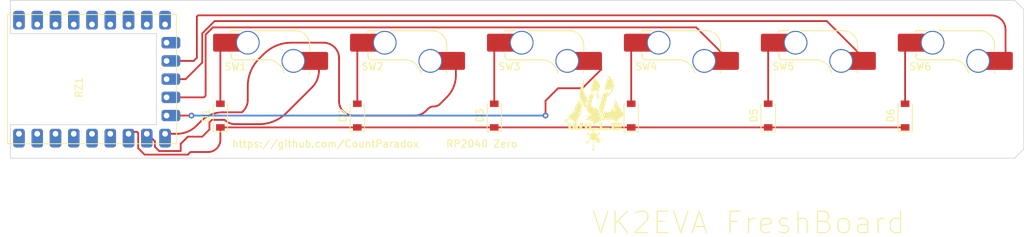
<source format=kicad_pcb>
(kicad_pcb (version 20211014) (generator pcbnew)
  (layers (0 "F.Cu" signal) (31 "B.Cu" signal) (34 "B.Paste" user) (35 "F.Paste" user) (36 "B.SilkS" user "B.Silkscreen") (37 "F.SilkS" user "F.Silkscreen") (38 "B.Mask" user) (39 "F.Mask" user) (44 "Edge.Cuts" user))
  (net 0 "")
  (net 1 "row0")
  (net 2 "Net-(SW1-Pad2)")
  (net 3 "Net-(SW2-Pad2)")
  (net 4 "Net-(SW3-Pad2)")
  (net 5 "Net-(SW4-Pad2)")
  (net 6 "Net-(SW5-Pad2)")
  (net 7 "Net-(SW6-Pad2)")
  (net 17 "col5")
  (net 18 "col4")
  (net 19 "col3")
  (net 20 "col2")
  (net 21 "col1")
  (net 22 "col0")
  (net 27 "GND")
  (footprint "Diode_SMD:D_SOD-123" (layer "F.Cu") (at 115.57 99.06 90)
    (fp_text reference "D2")
    (fp_text value "1N4148W")
  )
  (footprint "marbastlib-mx:SW_MX_HS_1u" (layer "F.Cu") (at 198.12 93.98)
    (fp_text reference "SW6")
    (fp_text value "MX_SW_HS" hide)
  )
  (footprint "marbastlib-mx:SW_MX_HS_1u" (layer "F.Cu") (at 179.07 93.98)
    (fp_text reference "SW5")
    (fp_text value "MX_SW_HS" hide)
  )
  (footprint "Diode_SMD:D_SOD-123" (layer "F.Cu") (at 134.62 99.06 90)
    (fp_text reference "D3")
    (fp_text value "1N4148W")
  )
  (footprint "Diode_SMD:D_SOD-123" (layer "F.Cu") (at 191.77 99.06 90)
    (fp_text reference "D6")
    (fp_text value "1N4148W")
  )
  (footprint "Diode_SMD:D_SOD-123" (layer "F.Cu") (at 172.72 99.06 90)
    (fp_text reference "D5")
    (fp_text value "1N4148W")
  )
  (footprint "Diode_SMD:D_SOD-123" (layer "F.Cu") (at 153.67 99.06 90)
    (fp_text reference "D4" hide)
    (fp_text value "1N4148W" hide)
  )
  (footprint "marbastlib-mx:SW_MX_HS_1u" (layer "F.Cu") (at 102.87 93.98)
    (fp_text reference "SW1")
    (fp_text value "MX_SW_HS" hide)
  )
  (footprint "RP2040-Zero:RP2040-Zero" (layer "F.Cu") (at 91.365 104.14 90)
    (fp_text reference "RZ1")
    (fp_text value "RP2040-Zero")
  )
  (footprint "marbastlib-mx:SW_MX_HS_1u" (layer "F.Cu") (at 160.02 93.98)
    (fp_text reference "SW4")
    (fp_text value "MX_SW_HS" hide)
  )
  (footprint "marbastlib-mx:SW_MX_HS_1u" (layer "F.Cu") (at 121.92 93.98)
    (fp_text reference "SW2")
    (fp_text value "MX_SW_HS" hide)
  )
  (footprint "marbastlib-mx:SW_MX_HS_1u" (layer "F.Cu") (at 140.97 93.98)
    (fp_text reference "SW3")
    (fp_text value "MX_SW_HS" hide)
  )
  (footprint "Diode_SMD:D_SOD-123" (layer "F.Cu") (at 96.52 99.06 90)
    (fp_text reference "D1")
    (fp_text value "1N4148W")
  )
  (gr_poly (pts (xy 148.318223 96.018537) (xy 148.409978 96.019254) (xy 148.471968 96.020367) (xy 148.488844 96.021052) (xy 148.493236 96.021423) (xy 148.494733 96.021812) (xy 148.49115 96.035382) (xy 148.481416 96.069524) (xy 148.449577 96.17915) (xy 148.369416 96.453542) (xy 148.297232 96.707281) (xy 148.233863 96.937107) (xy 148.180143 97.139764) (xy 148.136907 97.311994) (xy 148.10499 97.450539) (xy 148.085228 97.552142) (xy 148.080166 97.588072) (xy 148.078455 97.613545) (xy 148.079093 97.627329) (xy 148.080751 97.640908) (xy 148.083438 97.654291) (xy 148.087164 97.667486) (xy 148.091941 97.680504) (xy 148.097778 97.693354) (xy 148.104686 97.706044) (xy 148.112675 97.718584) (xy 148.121755 97.730984) (xy 148.131937 97.743252) (xy 148.143231 97.755399) (xy 148.155647 97.767433) (xy 148.169197 97.779363) (xy 148.183889 97.7912) (xy 148.199735 97.802952) (xy 148.216744 97.814628) (xy 148.262359 97.842621) (xy 148.313504 97.869507) (xy 148.372604 97.896161) (xy 148.442081 97.92346) (xy 148.524356 97.95228) (xy 148.621854 97.983498) (xy 148.736996 98.01799) (xy 148.872205 98.056633) (xy 149.090927 98.117311) (xy 149.292011 98.743139) (xy 149.493094 99.369672) (xy 149.53825 99.419061) (xy 149.553441 99.435681) (xy 149.560626 99.443261) (xy 149.56754 99.450354) (xy 149.574184 99.456961) (xy 149.580562 99.463083) (xy 149.586673 99.468721) (xy 149.592522 99.473874) (xy 149.598109 99.478544) (xy 149.603437 99.48273) (xy 149.608507 99.486434) (xy 149.613321 99.489655) (xy 149.617881 99.492395) (xy 149.62219 99.494654) (xy 149.626249 99.496432) (xy 149.63006 99.497731) (xy 149.633625 99.498549) (xy 149.636946 99.498889) (xy 149.640025 99.49875) (xy 149.642863 99.498133) (xy 149.645464 99.497039) (xy 149.647828 99.495467) (xy 149.649958 99.493419) (xy 149.651855 99.490896) (xy 149.653522 99.487896) (xy 149.65496 99.484422) (xy 149.656172 99.480474) (xy 149.657159 99.476051) (xy 149.657924 99.471156) (xy 149.658467 99.465787) (xy 149.658792 99.459946) (xy 149.6589 99.453633) (xy 149.65961 99.435619) (xy 149.661737 99.414394) (xy 149.670222 99.362363) (xy 149.684312 99.297649) (xy 149.703967 99.220359) (xy 149.729145 99.130601) (xy 149.759805 99.028481) (xy 149.795905 98.914108) (xy 149.837405 98.787589) (xy 149.866454 98.701401) (xy 149.891468 98.628839) (xy 149.909735 98.577444) (xy 149.915491 98.56204) (xy 149.918544 98.554756) (xy 149.919318 98.553213) (xy 149.920306 98.551505) (xy 149.921491 98.549651) (xy 149.922854 98.547667) (xy 149.924379 98.545572) (xy 149.926047 98.543383) (xy 149.929745 98.538793) (xy 149.933806 98.534037) (xy 149.93809 98.529257) (xy 149.942457 98.524592) (xy 149.946766 98.520183) (xy 149.967933 98.500428) (xy 150.351755 98.5223) (xy 150.633448 98.539057) (xy 150.727595 98.54512) (xy 150.772266 98.548406) (xy 150.808955 98.551934) (xy 150.808955 98.506778) (xy 150.809178 98.496499) (xy 150.809814 98.484476) (xy 150.810815 98.471146) (xy 150.81213 98.456948) (xy 150.813709 98.44232) (xy 150.815503 98.4277) (xy 150.817463 98.413527) (xy 150.819538 98.400239) (xy 150.823239 98.380494) (xy 150.827215 98.361974) (xy 150.831496 98.344627) (xy 150.836108 98.328405) (xy 150.84108 98.313257) (xy 150.843709 98.306071) (xy 150.846439 98.299135) (xy 150.849273 98.292443) (xy 150.852214 98.285989) (xy 150.855266 98.279766) (xy 150.858432 98.273768) (xy 150.861716 98.26799) (xy 150.865121 98.262424) (xy 150.868652 98.257066) (xy 150.87231 98.251907) (xy 150.8761 98.246943) (xy 150.880026 98.242167) (xy 150.88409 98.237573) (xy 150.888297 98.233155) (xy 150.892649 98.228906) (xy 150.89715 98.22482) (xy 150.901804 98.220892) (xy 150.906615 98.217114) (xy 150.911585 98.213482) (xy 150.916718 98.209987) (xy 150.922018 98.206625) (xy 150.927488 98.203389) (xy 150.939983 98.196087) (xy 150.951808 98.188461) (xy 150.962971 98.180502) (xy 150.973482 98.172201) (xy 150.983347 98.163549) (xy 150.992576 98.154536) (xy 151.001176 98.145153) (xy 151.009156 98.135391) (xy 151.016525 98.12524) (xy 151.02329 98.114692) (xy 151.029459 98.103736) (xy 151.035042 98.092363) (xy 151.040045 98.080565) (xy 151.044478 98.068332) (xy 151.048349 98.055654) (xy 151.051666 98.042522) (xy 151.059427 98.009362) (xy 151.204066 98.177989) (xy 151.309987 98.301726) (xy 151.345055 98.342593) (xy 151.361405 98.361433) (xy 151.373399 98.37625) (xy 151.428433 98.336034) (xy 151.467591 98.306224) (xy 151.480225 98.296544) (xy 151.483937 98.293648) (xy 151.485583 98.292289) (xy 151.483614 98.287867) (xy 151.476973 98.275698) (xy 151.451628 98.231523) (xy 151.413451 98.166579) (xy 151.366343 98.087678) (xy 151.244283 97.885889) (xy 151.259099 97.758184) (xy 151.26546 97.702037) (xy 151.271358 97.643972) (xy 151.276066 97.590802) (xy 151.277746 97.568181) (xy 151.278855 97.549339) (xy 151.279738 97.515514) (xy 151.279307 97.468311) (xy 151.275063 97.345081) (xy 151.267246 97.202272) (xy 151.256983 97.062506) (xy 151.252749 97.016645) (xy 151.473588 97.383534) (xy 151.694426 97.749717) (xy 151.696544 97.7095) (xy 151.696614 97.695501) (xy 151.694195 97.678731) (xy 151.687725 97.654967) (xy 151.675641 97.619983) (xy 151.65638 97.569554) (xy 151.62838 97.499454) (xy 151.53991 97.283345) (xy 151.478064 97.132587) (xy 151.427198 97.007561) (xy 151.392471 96.921296) (xy 151.379044 96.886822) (xy 151.378959 96.886211) (xy 151.378968 96.885567) (xy 151.379069 96.884892) (xy 151.379261 96.884186) (xy 151.379915 96.882688) (xy 151.380918 96.881079) (xy 151.38226 96.879366) (xy 151.38393 96.877558) (xy 151.385919 96.87566) (xy 151.388216 96.873681) (xy 151.39081 96.871628) (xy 151.393692 96.869507) (xy 151.396851 96.867327) (xy 151.400277 96.865093) (xy 151.403958 96.862815) (xy 151.407886 96.860498) (xy 151.412049 96.85815) (xy 151.416438 96.855778) (xy 151.42204 96.852891) (xy 151.427221 96.850311) (xy 151.432008 96.848031) (xy 151.436425 96.846044) (xy 151.440499 96.844341) (xy 151.444256 96.842917) (xy 151.447722 96.841763) (xy 151.449354 96.841286) (xy 151.450922 96.840873) (xy 151.452431 96.840525) (xy 151.453882 96.84024) (xy 151.455281 96.840017) (xy 151.456629 96.839855) (xy 151.45793 96.839754) (xy 151.459187 96.839712) (xy 151.460403 96.839729) (xy 151.461583 96.839804) (xy 151.462728 96.839935) (xy 151.463842 96.840123) (xy 151.464929 96.840365) (xy 151.465991 96.840662) (xy 151.467032 96.841012) (xy 151.468055 96.841414) (xy 151.469064 96.841868) (xy 151.470061 96.842372) (xy 151.476672 96.850707) (xy 151.490146 96.871609) (xy 151.534442 96.94556) (xy 151.596464 97.053113) (xy 151.669732 97.183156) (xy 151.855999 97.516883) (xy 151.865172 97.598022) (xy 151.868101 97.622287) (xy 151.871341 97.645099) (xy 151.874906 97.666493) (xy 151.878808 97.686503) (xy 151.883063 97.705167) (xy 151.887682 97.722517) (xy 151.892679 97.73859) (xy 151.898068 97.753421) (xy 151.900914 97.760382) (xy 151.903862 97.767045) (xy 151.906915 97.773415) (xy 151.910075 97.779496) (xy 151.913342 97.785294) (xy 151.91672 97.790811) (xy 151.920208 97.796053) (xy 151.92381 97.801024) (xy 151.927526 97.805729) (xy 151.931359 97.810171) (xy 151.935309 97.814355) (xy 151.93938 97.818286) (xy 151.943572 97.821967) (xy 151.947887 97.825404) (xy 151.952327 97.828601) (xy 151.956893 97.831562) (xy 151.968487 97.839751) (xy 151.981643 97.8521) (xy 151.998057 97.870914) (xy 152.019423 97.898501) (xy 152.047437 97.937167) (xy 152.083794 97.98922) (xy 152.188316 98.142711) (xy 152.255994 98.241291) (xy 152.321754 98.336033) (xy 152.378121 98.41596) (xy 152.400446 98.446935) (xy 152.417621 98.470089) (xy 152.445832 98.50727) (xy 152.473079 98.542112) (xy 152.499408 98.574658) (xy 152.524866 98.604949) (xy 152.549496 98.633029) (xy 152.573345 98.65894) (xy 152.596458 98.682723) (xy 152.618881 98.704422) (xy 152.640659 98.724078) (xy 152.661837 98.741735) (xy 152.682462 98.757434) (xy 152.702578 98.771218) (xy 152.722231 98.783129) (xy 152.741466 98.79321) (xy 152.760329 98.801503) (xy 152.778866 98.80805) (xy 152.780379 98.808647) (xy 152.781872 98.809507) (xy 152.783342 98.810617) (xy 152.784787 98.811968) (xy 152.787589 98.815344) (xy 152.790254 98.819548) (xy 152.792757 98.824493) (xy 152.795075 98.830089) (xy 152.797185 98.83625) (xy 152.799062 98.842887) (xy 152.800683 98.849913) (xy 152.802023 98.857239) (xy 152.80306 98.864779) (xy 152.803769 98.872443) (xy 152.804127 98.880145) (xy 152.804109 98.887796) (xy 152.803693 98.895308) (xy 152.802854 98.902595) (xy 152.801003 98.913515) (xy 152.798366 98.924311) (xy 152.794949 98.934972) (xy 152.79076 98.94549) (xy 152.785807 98.955855) (xy 152.780096 98.966057) (xy 152.773634 98.976088) (xy 152.76643 98.985938) (xy 152.758489 98.995598) (xy 152.74982 99.005059) (xy 152.74043 99.01431) (xy 152.730325 99.023344) (xy 152.719514 99.03215) (xy 152.708002 99.04072) (xy 152.695799 99.049043) (xy 152.68291 99.057111) (xy 152.656341 99.073824) (xy 152.615353 99.100327) (xy 152.565633 99.132914) (xy 152.512871 99.167883) (xy 152.399708 99.244433) (xy 152.295218 99.317924) (xy 152.199476 99.388273) (xy 152.154909 99.422243) (xy 152.112557 99.455397) (xy 152.072428 99.487724) (xy 152.034534 99.519214) (xy 151.998881 99.549856) (xy 151.965481 99.579641) (xy 151.934343 99.608557) (xy 151.905475 99.636595) (xy 151.878887 99.663744) (xy 151.854588 99.689994) (xy 151.835301 99.712016) (xy 151.826788 99.722222) (xy 151.818957 99.732019) (xy 151.811755 99.741502) (xy 151.805127 99.750766) (xy 151.79902 99.759906) (xy 151.793381 99.769017) (xy 151.788154 99.778194) (xy 151.783288 99.787532) (xy 151.778727 99.797127) (xy 151.774419 99.807073) (xy 151.770309 99.817465) (xy 151.766343 99.828399) (xy 151.762469 99.83997) (xy 151.758632 99.852272) (xy 151.754047 99.8664) (xy 151.749292 99.879812) (xy 151.744367 99.892506) (xy 151.739275 99.904482) (xy 151.734018 99.915738) (xy 151.728598 99.926272) (xy 151.723018 99.936085) (xy 151.71728 99.945174) (xy 151.711385 99.953539) (xy 151.705337 99.961178) (xy 151.699137 99.96809) (xy 151.692788 99.974274) (xy 151.686291 99.979729) (xy 151.67965 99.984454) (xy 151.672865 99.988447) (xy 151.66594 99.991708) (xy 151.658876 99.994234) (xy 151.651676 99.996026) (xy 151.644342 99.997082) (xy 151.636876 99.9974) (xy 151.62928 99.99698) (xy 151.621557 99.995821) (xy 151.613708 99.99392) (xy 151.605736 99.991278) (xy 151.597644 99.987892) (xy 151.589432 99.983762) (xy 151.581104 99.978887) (xy 151.572662 99.973265) (xy 151.564108 99.966896) (xy 151.555443 99.959777) (xy 151.546671 99.951909) (xy 151.537794 99.943289) (xy 151.497401 99.90175) (xy 151.472111 99.875721) (xy 151.447482 99.850156) (xy 151.430394 99.8327) (xy 151.413466 99.816281) (xy 151.39661 99.800841) (xy 151.379738 99.786325) (xy 151.362763 99.772677) (xy 151.345597 99.759842) (xy 151.328152 99.747763) (xy 151.31034 99.736385) (xy 151.292074 99.725652) (xy 151.273264 99.715508) (xy 151.253824 99.705897) (xy 151.233666 99.696764) (xy 151.212702 99.688052) (xy 151.190844 99.679706) (xy 151.168004 99.671671) (xy 151.144094 99.663889) (xy 151.100184 99.651512) (xy 151.051944 99.640575) (xy 150.999591 99.631082) (xy 150.943341 99.623033) (xy 150.883412 99.616431) (xy 150.820021 99.611278) (xy 150.683719 99.605328) (xy 150.536172 99.605198) (xy 150.379117 99.610906) (xy 150.21429 99.622468) (xy 150.043427 99.6399) (xy 150.024315 99.642215) (xy 150.015833 99.643124) (xy 150.008006 99.643869) (xy 150.000786 99.644447) (xy 149.994128 99.644861) (xy 149.987984 99.645109) (xy 149.982308 99.645192) (xy 149.977054 99.645109) (xy 149.972176 99.644861) (xy 149.967626 99.644447) (xy 149.963358 99.643869) (xy 149.959325 99.643124) (xy 149.955482 99.642215) (xy 149.951781 99.64114) (xy 149.948177 99.6399) (xy 149.941116 99.637916) (xy 149.932732 99.636197) (xy 149.923174 99.634745) (xy 149.912591 99.633561) (xy 149.901131 99.632646) (xy 149.888944 99.632) (xy 149.862981 99.631522) (xy 149.835895 99.632135) (xy 149.808874 99.633848) (xy 149.795761 99.635119) (xy 149.78311 99.636668) (xy 149.771072 99.638497) (xy 149.759794 99.640605) (xy 149.70711 99.653767) (xy 149.651725 99.671552) (xy 149.593649 99.693953) (xy 149.532892 99.720962) (xy 149.469464 99.752572) (xy 149.403375 99.788776) (xy 149.334637 99.829567) (xy 149.263259 99.874938) (xy 149.189252 99.924881) (xy 149.112626 99.979389) (xy 149.033391 100.038455) (xy 148.951558 100.102072) (xy 148.867137 100.170232) (xy 148.780138 100.242928) (xy 148.598449 100.4019) (xy 148.580864 100.417757) (xy 148.573591 100.424176) (xy 148.567174 100.42967) (xy 148.561497 100.4343) (xy 148.558899 100.43631) (xy 148.556443 100.438127) (xy 148.554113 100.439759) (xy 148.551895 100.441212) (xy 148.549775 100.442495) (xy 148.547738 100.443616) (xy 148.545768 100.444582) (xy 148.543853 100.4454) (xy 148.541976 100.446078) (xy 148.540124 100.446624) (xy 148.538282 100.447046) (xy 148.536435 100.447351) (xy 148.534568 100.447546) (xy 148.532667 100.44764) (xy 148.530718 100.44764) (xy 148.528706 100.447553) (xy 148.526616 100.447387) (xy 148.524434 100.447151) (xy 148.519733 100.446494) (xy 148.514488 100.445644) (xy 148.507586 100.444301) (xy 148.499749 100.442436) (xy 148.491234 100.440125) (xy 148.482297 100.437442) (xy 148.473195 100.434462) (xy 148.464184 100.431258) (xy 148.455521 100.427905) (xy 148.44746 100.424478) (xy 148.439584 100.420827) (xy 148.4326 100.417227) (xy 148.426476 100.413598) (xy 148.421179 100.40986) (xy 148.41883 100.407924) (xy 148.416675 100.405931) (xy 148.414711 100.403871) (xy 148.412932 100.401732) (xy 148.411336 100.399506) (xy 148.409917 100.397181) (xy 148.408672 100.394749) (xy 148.407597 100.392199) (xy 148.406686 100.38952) (xy 148.405938 100.386704) (xy 148.405346 100.383738) (xy 148.404907 100.380615) (xy 148.404617 100.377323) (xy 148.404471 100.373853) (xy 148.404598 100.366336) (xy 148.405254 100.357984) (xy 148.406406 100.348716) (xy 148.408021 100.338452) (xy 148.410066 100.327111) (xy 148.412427 100.310691) (xy 148.413704 100.293251) (xy 148.413923 100.274896) (xy 148.413109 100.255729) (xy 148.411286 100.235855) (xy 148.408479 100.215378) (xy 148.404712 100.194404) (xy 148.400012 100.173035) (xy 148.394402 100.151378) (xy 148.387907 100.129535) (xy 148.380553 100.107611) (xy 148.372363 100.085712) (xy 148.363363 100.06394) (xy 148.353578 100.042401) (xy 148.343032 100.021199) (xy 148.33175 100.000439) (xy 148.320319 99.981434) (xy 148.307777 99.962568) (xy 148.294201 99.943912) (xy 148.279671 99.92554) (xy 148.264263 99.907523) (xy 148.248058 99.889934) (xy 148.231134 99.872845) (xy 148.213569 99.856329) (xy 148.195441 99.840458) (xy 148.17683 99.825304) (xy 148.157814 99.81094) (xy 148.138471 99.797437) (xy 148.11888 99.784869) (xy 148.09912 99.773308) (xy 148.079269 99.762825) (xy 148.059405 99.753494) (xy 148.029886 99.741202) (xy 148.015453 99.735895) (xy 148.000921 99.731093) (xy 147.986055 99.726754) (xy 147.970617 99.722836) (xy 147.95437 99.719298) (xy 147.937079 99.7161) (xy 147.898416 99.710555) (xy 147.852732 99.70587) (xy 147.798136 99.701713) (xy 147.732733 99.697756) (xy 147.667379 99.693922) (xy 147.612204 99.690237) (xy 147.56581 99.686519) (xy 147.526799 99.682586) (xy 147.509625 99.680482) (xy 147.493774 99.678257) (xy 147.47907 99.675886) (xy 147.465338 99.673348) (xy 147.452405 99.67062) (xy 147.440094 99.667679) (xy 147.428232 99.664502) (xy 147.416644 99.661067) (xy 147.407702 99.658052) (xy 147.399643 99.655074) (xy 147.392442 99.652101) (xy 147.389156 99.650608) (xy 147.386074 99.649105) (xy 147.383193 99.647589) (xy 147.380511 99.646056) (xy 147.378024 99.644501) (xy 147.375729 99.642922) (xy 147.373622 99.641314) (xy 147.371701 99.639675) (xy 147.369962 99.637999) (xy 147.368402 99.636284) (xy 147.367017 99.634525) (xy 147.365805 99.63272) (xy 147.364762 99.630863) (xy 147.363886 99.628951) (xy 147.363172 99.626982) (xy 147.362617 99.62495) (xy 147.362219 99.622852) (xy 147.361974 99.620685) (xy 147.361879 99.618444) (xy 147.361931 99.616126) (xy 147.362126 99.613727) (xy 147.362461 99.611244) (xy 147.362933 99.608672) (xy 147.363539 99.606008) (xy 147.364275 99.603249) (xy 147.365138 99.600389) (xy 147.368187 99.592577) (xy 147.372035 99.585021) (xy 147.376671 99.57773) (xy 147.382083 99.570712) (xy 147.388259 99.563975) (xy 147.395189 99.557527) (xy 147.402861 99.551377) (xy 147.411264 99.545532) (xy 147.420386 99.540002) (xy 147.430216 99.534795) (xy 147.440743 99.529918) (xy 147.451955 99.52538) (xy 147.46384 99.521189) (xy 147.476389 99.517354) (xy 147.489588 99.513883) (xy 147.503427 99.510784) (xy 147.507878 99.509777) (xy 147.512477 99.508617) (xy 147.517189 99.507317) (xy 147.521981 99.505889) (xy 147.526819 99.504345) (xy 147.531667 99.502697) (xy 147.536494 99.500959) (xy 147.541263 99.499142) (xy 147.545941 99.497259) (xy 147.550494 99.495322) (xy 147.554888 99.493344) (xy 147.559089 99.491336) (xy 147.563062 99.489313) (xy 147.566774 99.487285) (xy 147.570191 99.485265) (xy 147.573277 99.483267) (xy 147.578858 99.479143) (xy 147.585906 99.473294) (xy 147.594169 99.465979) (xy 147.603396 99.457459) (xy 147.62373 99.437837) (xy 147.644891 99.416504) (xy 147.664862 99.395534) (xy 147.681624 99.377004) (xy 147.688172 99.369302) (xy 147.693161 99.362988) (xy 147.696339 99.358321) (xy 147.697171 99.356687) (xy 147.697455 99.355561) (xy 147.697138 99.35506) (xy 147.696206 99.354357) (xy 147.692626 99.352408) (xy 147.686963 99.349831) (xy 147.679463 99.346742) (xy 147.670377 99.343255) (xy 147.65995 99.339488) (xy 147.648433 99.335555) (xy 147.636072 99.331572) (xy 147.600451 99.319751) (xy 147.566079 99.307782) (xy 147.53374 99.295978) (xy 147.504221 99.284653) (xy 147.478307 99.274122) (xy 147.456783 99.264699) (xy 147.447914 99.260501) (xy 147.440436 99.256698) (xy 147.434448 99.253329) (xy 147.43005 99.250433) (xy 147.427188 99.248179) (xy 147.424685 99.246159) (xy 147.422535 99.244341) (xy 147.421591 99.243498) (xy 147.420734 99.242694) (xy 147.419962 99.241926) (xy 147.419276 99.241189) (xy 147.418674 99.240479) (xy 147.418156 99.239792) (xy 147.417721 99.239125) (xy 147.417368 99.238474) (xy 147.417098 99.237835) (xy 147.416909 99.237204) (xy 147.4168 99.236577) (xy 147.416771 99.235951) (xy 147.416822 99.23532) (xy 147.416951 99.234682) (xy 147.417159 99.234033) (xy 147.417444 99.233369) (xy 147.417805 99.232685) (xy 147.418243 99.231979) (xy 147.418756 99.231245) (xy 147.419344 99.230481) (xy 147.420006 99.229682) (xy 147.420741 99.228845) (xy 147.42243 99.22704) (xy 147.424405 99.225034) (xy 147.429038 99.22042) (xy 147.430864 99.218454) (xy 147.432365 99.216567) (xy 147.433543 99.214646) (xy 147.434402 99.212581) (xy 147.434941 99.21026) (xy 147.435165 99.207571) (xy 147.435074 99.204402) (xy 147.434672 99.200642) (xy 147.433959 99.196179) (xy 147.432938 99.190902) (xy 147.429981 99.177458) (xy 147.425816 99.159417) (xy 147.423033 99.146609) (xy 147.42108 99.135133) (xy 147.420026 99.124935) (xy 147.419858 99.120298) (xy 147.41994 99.115959) (xy 147.420282 99.111912) (xy 147.420892 99.108149) (xy 147.421779 99.104663) (xy 147.422951 99.101448) (xy 147.424418 99.098497) (xy 147.426186 99.095802) (xy 147.428267 99.093357) (xy 147.430667 99.091154) (xy 147.433396 99.089188) (xy 147.436462 99.087449) (xy 147.439874 99.085933) (xy 147.443641 99.084631) (xy 147.447771 99.083537) (xy 147.452273 99.082643) (xy 147.457156 99.081944) (xy 147.462428 99.081431) (xy 147.474174 99.080938) (xy 147.487581 99.081108) (xy 147.502719 99.081886) (xy 147.519655 99.083216) (xy 147.557203 99.084457) (xy 147.615115 99.084143) (xy 147.685909 99.082572) (xy 147.762102 99.080042) (xy 147.836211 99.07685) (xy 147.900754 99.073295) (xy 147.948248 99.069674) (xy 147.963263 99.067931) (xy 147.97121 99.066284) (xy 147.973826 99.065102) (xy 147.976131 99.063876) (xy 147.978145 99.062512) (xy 147.979887 99.060915) (xy 147.981376 99.058991) (xy 147.982633 99.056647) (xy 147.983677 99.053788) (xy 147.984528 99.05032) (xy 147.985205 99.04615) (xy 147.985728 99.041182) (xy 147.986117 99.035324) (xy 147.986391 99.028481) (xy 147.986674 99.011464) (xy 147.986733 98.989378) (xy 147.98604 98.962395) (xy 147.983934 98.936434) (xy 147.980375 98.911423) (xy 147.978038 98.899252) (xy 147.975323 98.887293) (xy 147.972224 98.875536) (xy 147.968737 98.863973) (xy 147.964856 98.852595) (xy 147.960576 98.841393) (xy 147.955893 98.830359) (xy 147.950802 98.819483) (xy 147.945296 98.808757) (xy 147.939372 98.798172) (xy 147.933025 98.78772) (xy 147.926248 98.777391) (xy 147.919038 98.767177) (xy 147.911389 98.757068) (xy 147.894753 98.737134) (xy 147.876302 98.717519) (xy 147.855995 98.698151) (xy 147.833791 98.678961) (xy 147.809651 98.659879) (xy 147.783533 98.640834) (xy 147.752019 98.618191) (xy 147.722719 98.595889) (xy 147.695462 98.573704) (xy 147.670082 98.551415) (xy 147.646409 98.5288) (xy 147.624274 98.505636) (xy 147.603511 98.4817) (xy 147.583949 98.456772) (xy 147.565421 98.430628) (xy 147.547757 98.403046) (xy 147.530791 98.373805) (xy 147.514352 98.342681) (xy 147.498274 98.309453) (xy 147.482386 98.273899) (xy 147.466521 98.235796) (xy 147.450511 98.194922) (xy 147.421583 98.117311) (xy 147.658649 97.111895) (xy 147.907005 96.062028) (xy 147.917589 96.018284) (xy 148.206161 96.018284)) (layer "F.SilkS") (width 0.001) (fill solid))
  (gr_poly (pts (xy 149.637733 100.73845) (xy 150.674899 100.73845) (xy 150.674899 101.112394) (xy 149.270844 101.112394) (xy 149.270844 100.082283) (xy 149.637733 100.082283)) (layer "F.SilkS") (width 0.001) (fill solid))
  (gr_poly (pts (xy 146.366391 96.739979) (xy 146.374504 96.751758) (xy 146.389091 96.775874) (xy 146.440497 96.866008) (xy 146.526233 97.020173) (xy 146.668932 97.275231) (xy 146.799989 97.507006) (xy 146.92205 97.721494) (xy 146.907233 97.746895) (xy 146.880977 97.793267) (xy 146.856992 97.840228) (xy 146.835302 97.887654) (xy 146.81593 97.935421) (xy 146.798897 97.983408) (xy 146.784227 98.031491) (xy 146.771942 98.079547) (xy 146.762065 98.127454) (xy 146.754619 98.175087) (xy 146.749627 98.222325) (xy 146.747111 98.269043) (xy 146.747094 98.31512) (xy 146.749599 98.360432) (xy 146.754648 98.404857) (xy 146.762265 98.44827) (xy 146.772472 98.49055) (xy 146.785172 98.537117) (xy 146.738605 98.562517) (xy 146.705387 98.581299) (xy 146.673781 98.600032) (xy 146.643859 98.61865) (xy 146.615695 98.637085) (xy 146.589363 98.655272) (xy 146.564935 98.673146) (xy 146.542486 98.690638) (xy 146.522088 98.707685) (xy 146.503815 98.724218) (xy 146.48774 98.740173) (xy 146.48055 98.747913) (xy 146.473937 98.755483) (xy 146.467911 98.762876) (xy 146.462479 98.770082) (xy 146.457653 98.777094) (xy 146.45344 98.783904) (xy 146.44985 98.790503) (xy 146.446892 98.796882) (xy 146.444576 98.803035) (xy 146.44291 98.808951) (xy 146.441904 98.814624) (xy 146.441566 98.820045) (xy 146.441697 98.8253) (xy 146.442084 98.830469) (xy 146.44272 98.835533) (xy 146.443595 98.840472) (xy 146.444701 98.845267) (xy 146.446031 98.849897) (xy 146.447576 98.854343) (xy 146.449327 98.858586) (xy 146.451277 98.862605) (xy 146.452324 98.864525) (xy 146.453417 98.866381) (xy 146.454556 98.868172) (xy 146.455739 98.869895) (xy 146.456966 98.871547) (xy 146.458235 98.873127) (xy 146.459545 98.874631) (xy 146.460896 98.876057) (xy 146.462286 98.877402) (xy 146.463714 98.878665) (xy 146.465179 98.879843) (xy 146.466681 98.880933) (xy 146.468218 98.881932) (xy 146.469788 98.882839) (xy 146.474504 98.887261) (xy 146.476625 98.888834) (xy 146.479997 98.889112) (xy 146.494717 98.883174) (xy 146.527115 98.86423) (xy 146.678743 98.766455) (xy 147.002483 98.55405) (xy 147.003662 98.553648) (xy 147.003018 98.555034) (xy 146.996574 98.562847) (xy 146.98378 98.576846) (xy 146.965265 98.596384) (xy 146.913583 98.649499) (xy 146.846555 98.717034) (xy 146.788037 98.776216) (xy 146.733843 98.832706) (xy 146.683849 98.886692) (xy 146.637931 98.938358) (xy 146.595966 98.987891) (xy 146.557829 99.035476) (xy 146.523395 99.081301) (xy 146.492543 99.12555) (xy 146.465146 99.168411) (xy 146.441081 99.210068) (xy 146.420225 99.250709) (xy 146.402452 99.290518) (xy 146.387639 99.329683) (xy 146.375663 99.368388) (xy 146.366398 99.406821) (xy 146.359722 99.445167) (xy 146.356836 99.464947) (xy 146.353935 99.482555) (xy 146.350921 99.498102) (xy 146.347694 99.511699) (xy 146.345971 99.5178) (xy 146.344158 99.523456) (xy 146.342243 99.528679) (xy 146.340213 99.533484) (xy 146.338057 99.537884) (xy 146.335762 99.541894) (xy 146.333316 99.545526) (xy 146.330706 99.548795) (xy 146.327921 99.551715) (xy 146.324947 99.5543) (xy 146.321774 99.556562) (xy 146.318388 99.558517) (xy 146.314777 99.560178) (xy 146.310929 99.561559) (xy 146.306832 99.562673) (xy 146.302473 99.563535) (xy 146.29784 99.564158) (xy 146.292921 99.564556) (xy 146.287704 99.564742) (xy 146.282176 99.564732) (xy 146.270138 99.564175) (xy 146.256711 99.562994) (xy 146.21085 99.558761) (xy 146.205911 99.631433) (xy 146.202957 99.670566) (xy 146.199413 99.708485) (xy 146.195318 99.745036) (xy 146.190708 99.780063) (xy 146.185623 99.813412) (xy 146.180101 99.844927) (xy 146.174181 99.874454) (xy 146.167899 99.901837) (xy 146.161295 99.926922) (xy 146.154407 99.949553) (xy 146.147272 99.969576) (xy 146.13993 99.986835) (xy 146.136193 99.994379) (xy 146.132419 100.001175) (xy 146.128611 100.007202) (xy 146.124776 100.012441) (xy 146.120917 100.016874) (xy 146.11704 100.020479) (xy 146.113149 100.023239) (xy 146.10925 100.025133) (xy 146.104594 100.026252) (xy 146.098396 100.026971) (xy 146.090801 100.027307) (xy 146.081953 100.027272) (xy 146.061079 100.02615) (xy 146.03693 100.023722) (xy 146.010665 100.020103) (xy 145.98344 100.01541) (xy 145.956414 100.009757) (xy 145.930744 100.003261) (xy 145.91716 99.999214) (xy 145.901445 99.993771) (xy 145.864631 99.979195) (xy 145.82231 99.960535) (xy 145.776492 99.938791) (xy 145.729185 99.914963) (xy 145.682399 99.890053) (xy 145.638144 99.865059) (xy 145.598427 99.840983) (xy 145.58195 99.830258) (xy 145.562124 99.816961) (xy 145.515436 99.784803) (xy 145.464383 99.748809) (xy 145.414983 99.713278) (xy 145.391249 99.696252) (xy 145.36706 99.679334) (xy 145.343087 99.662962) (xy 145.319997 99.647573) (xy 145.298463 99.633607) (xy 145.279152 99.621501) (xy 145.262736 99.611693) (xy 145.249883 99.604622) (xy 145.232981 99.595971) (xy 145.225681 99.59244) (xy 145.218916 99.589387) (xy 145.21251 99.586772) (xy 145.206289 99.584555) (xy 145.200078 99.582699) (xy 145.193703 99.581163) (xy 145.186989 99.579908) (xy 145.179761 99.578894) (xy 145.171845 99.578084) (xy 145.163067 99.577436) (xy 145.142221 99.576474) (xy 145.115827 99.575695) (xy 145.033983 99.573578) (xy 144.926739 99.653306) (xy 144.8202 99.733033) (xy 144.815261 99.771839) (xy 144.813829 99.781987) (xy 144.811944 99.792767) (xy 144.809647 99.804049) (xy 144.806981 99.815704) (xy 144.803989 99.827604) (xy 144.800713 99.839617) (xy 144.797194 99.851617) (xy 144.793477 99.863473) (xy 144.789602 99.875056) (xy 144.785612 99.886237) (xy 144.78155 99.896886) (xy 144.777458 99.906875) (xy 144.773379 99.916075) (xy 144.769354 99.924356) (xy 144.765427 99.931589) (xy 144.761639 99.937645) (xy 144.756469 99.944904) (xy 144.751437 99.951368) (xy 144.746382 99.957087) (xy 144.741144 99.962108) (xy 144.735563 99.966479) (xy 144.729479 99.97025) (xy 144.722732 99.97347) (xy 144.71516 99.976186) (xy 144.706605 99.978447) (xy 144.696905 99.980302) (xy 144.685901 99.981799) (xy 144.673433 99.982988) (xy 144.65934 99.983916) (xy 144.643462 99.984632) (xy 144.605711 99.985623) (xy 144.578683 99.985733) (xy 144.553632 99.985247) (xy 144.530466 99.984134) (xy 144.519561 99.983331) (xy 144.509094 99.982359) (xy 144.499052 99.981213) (xy 144.489425 99.97989) (xy 144.480201 99.978384) (xy 144.471369 99.976692) (xy 144.462917 99.974811) (xy 144.454833 99.972735) (xy 144.447108 99.97046) (xy 144.439729 99.967983) (xy 144.432684 99.9653) (xy 144.425964 99.962405) (xy 144.419555 99.959295) (xy 144.413447 99.955967) (xy 144.407628 99.952415) (xy 144.402088 99.948636) (xy 144.396814 99.944625) (xy 144.391795 99.940378) (xy 144.38702 99.935892) (xy 144.382478 99.931162) (xy 144.378157 99.926184) (xy 144.374046 99.920954) (xy 144.370133 99.915467) (xy 144.366408 99.90972) (xy 144.362858 99.903708) (xy 144.359472 99.897428) (xy 144.355934 99.889859) (xy 144.352732 99.881495) (xy 144.349871 99.872416) (xy 144.347356 99.862701) (xy 144.345193 99.852433) (xy 144.343386 99.841692) (xy 144.341941 99.830558) (xy 144.340863 99.819111) (xy 144.340157 99.807433) (xy 144.339828 99.795605) (xy 144.339882 99.783706) (xy 144.340323 99.771817) (xy 144.341157 99.760019) (xy 144.342388 99.748393) (xy 144.344023 99.737019) (xy 144.346066 99.725978) (xy 144.348676 99.715406) (xy 144.351995 99.705138) (xy 144.356004 99.695193) (xy 144.360685 99.685596) (xy 144.366019 99.676366) (xy 144.371987 99.667525) (xy 144.378572 99.659097) (xy 144.385754 99.651101) (xy 144.393515 99.64356) (xy 144.401836 99.636495) (xy 144.410698 99.629928) (xy 144.420084 99.623882) (xy 144.429973 99.618377) (xy 144.440349 99.613435) (xy 144.451192 99.609078) (xy 144.462483 99.605328) (xy 144.478616 99.600882) (xy 144.495501 99.597545) (xy 144.515875 99.595232) (xy 144.542475 99.593862) (xy 144.578038 99.593353) (xy 144.625301 99.59362) (xy 144.765872 99.596155) (xy 144.803795 99.597026) (xy 144.819537 99.597297) (xy 144.833385 99.597434) (xy 144.845529 99.597423) (xy 144.856161 99.597247) (xy 144.86547 99.596889) (xy 144.873645 99.596332) (xy 144.880879 99.59556) (xy 144.884201 99.595089) (xy 144.88736 99.594557) (xy 144.890377 99.593964) (xy 144.893278 99.593306) (xy 144.896086 99.592582) (xy 144.898825 99.59179) (xy 144.90419 99.589993) (xy 144.909563 99.587898) (xy 144.915134 99.58549) (xy 144.921094 99.58275) (xy 144.930169 99.578363) (xy 144.938625 99.573917) (xy 144.946491 99.569383) (xy 144.953792 99.564736) (xy 144.960556 99.559949) (xy 144.966809 99.554994) (xy 144.972579 99.549844) (xy 144.977891 99.544474) (xy 144.982774 99.538855) (xy 144.987254 99.532961) (xy 144.991357 99.526766) (xy 144.995111 99.520242) (xy 144.998543 99.513363) (xy 145.001679 99.506101) (xy 145.004546 99.49843) (xy 145.007172 99.490322) (xy 145.009601 99.481199) (xy 145.011593 99.472007) (xy 145.013137 99.462626) (xy 145.014227 99.452939) (xy 145.014854 99.442826) (xy 145.01501 99.432168) (xy 145.014686 99.420846) (xy 145.013875 99.408742) (xy 145.012567 99.395737) (xy 145.010755 99.381712) (xy 145.005584 99.350126) (xy 144.998297 99.313034) (xy 144.988827 99.269484) (xy 144.98246 99.241148) (xy 144.976849 99.21484) (xy 144.971991 99.190507) (xy 144.967881 99.168093) (xy 144.964515 99.147544) (xy 144.961889 99.128804) (xy 144.959999 99.111819) (xy 144.958841 99.096534) (xy 144.958535 99.089512) (xy 144.958411 99.082895) (xy 144.958467 99.076675) (xy 144.958703 99.070846) (xy 144.95912 99.065401) (xy 144.959716 99.060333) (xy 144.96049 99.055636) (xy 144.961443 99.051302) (xy 144.962574 99.047324) (xy 144.963881 99.043696) (xy 144.965366 99.040411) (xy 144.967027 99.037462) (xy 144.968863 99.034842) (xy 144.970875 99.032545) (xy 144.973061 99.030563) (xy 144.975422 99.028889) (xy 145.062205 98.980911) (xy 145.080554 98.970616) (xy 145.102764 98.957551) (xy 145.155427 98.925261) (xy 145.213514 98.88834) (xy 145.270344 98.851089) (xy 145.319189 98.817928) (xy 145.366189 98.784901) (xy 145.411272 98.752074) (xy 145.454362 98.719514) (xy 145.495385 98.68729) (xy 145.534266 98.655467) (xy 145.570931 98.624114) (xy 145.605307 98.593297) (xy 145.637317 98.563083) (xy 145.666888 98.533541) (xy 145.693946 98.504736) (xy 145.718416 98.476737) (xy 145.740223 98.449609) (xy 145.759294 98.423422) (xy 145.775553 98.398241) (xy 145.788927 98.374133) (xy 145.793436 98.36411) (xy 145.798011 98.350828) (xy 145.802719 98.334074) (xy 145.807625 98.313632) (xy 145.812795 98.289288) (xy 145.818296 98.260826) (xy 145.824194 98.228031) (xy 145.830555 98.190689) (xy 145.850176 98.080949) (xy 145.870838 97.978592) (xy 145.892393 97.88419) (xy 145.903459 97.84015) (xy 145.914693 97.798312) (xy 145.926075 97.758748) (xy 145.937587 97.721529) (xy 145.949211 97.686727) (xy 145.960929 97.654412) (xy 145.97272 97.624656) (xy 145.984567 97.597531) (xy 145.996452 97.573107) (xy 146.008355 97.551456) (xy 146.010801 97.547581) (xy 146.01413 97.542876) (xy 146.023205 97.531237) (xy 146.035107 97.517052) (xy 146.049366 97.500832) (xy 146.065509 97.483091) (xy 146.083067 97.464342) (xy 146.101567 97.445096) (xy 146.120539 97.425867) (xy 146.147715 97.398132) (xy 146.173177 97.370711) (xy 146.196965 97.343535) (xy 146.219118 97.316539) (xy 146.239675 97.289654) (xy 146.258676 97.262813) (xy 146.276159 97.23595) (xy 146.292165 97.208997) (xy 146.306732 97.181886) (xy 146.319899 97.154552) (xy 146.331707 97.126926) (xy 146.342193 97.098941) (xy 146.351398 97.070531) (xy 146.359361 97.041627) (xy 146.36612 97.012163) (xy 146.371716 96.982072) (xy 146.373172 96.97069) (xy 146.374369 96.957394) (xy 146.376005 96.926333) (xy 146.376665 96.891436) (xy 146.376391 96.855249) (xy 146.375223 96.820318) (xy 146.373204 96.789191) (xy 146.371889 96.77585) (xy 146.370375 96.764414) (xy 146.36867 96.755203) (xy 146.366777 96.748534) (xy 146.36405 96.739312) (xy 146.364543 96.738333)) (layer "F.SilkS") (width 0.001) (fill solid))
  (gr_poly (pts (xy 148.813468 95.90007) (xy 148.839926 95.904778) (xy 148.923005 95.920211) (xy 148.938739 95.923289) (xy 148.953162 95.926181) (xy 148.96632 95.928899) (xy 148.978259 95.931456) (xy 148.989023 95.933864) (xy 148.998659 95.936136) (xy 149.007212 95.938284) (xy 149.014727 95.94032) (xy 149.02125 95.942257) (xy 149.026826 95.944107) (xy 149.031501 95.945882) (xy 149.033515 95.946746) (xy 149.035321 95.947596) (xy 149.036924 95.948433) (xy 149.03833 95.94926) (xy 149.039544 95.950077) (xy 149.040574 95.950887) (xy 149.041423 95.95169) (xy 149.042099 95.952489) (xy 149.042605 95.953284) (xy 149.04295 95.954078) (xy 149.044538 95.95805) (xy 149.047591 95.964948) (xy 149.057325 95.986004) (xy 149.085988 96.046506) (xy 149.098249 96.070856) (xy 149.10379 96.081446) (xy 149.109062 96.091154) (xy 149.114156 96.10011) (xy 149.119165 96.108443) (xy 149.124179 96.116285) (xy 149.129292 96.123764) (xy 149.134595 96.131012) (xy 149.14018 96.138159) (xy 149.146139 96.145335) (xy 149.152564 96.15267) (xy 149.159547 96.160294) (xy 149.167181 96.168338) (xy 149.184766 96.186205) (xy 149.191078 96.192475) (xy 149.197292 96.198822) (xy 149.203379 96.205208) (xy 149.209306 96.211595) (xy 149.215043 96.217945) (xy 149.220559 96.224219) (xy 149.225823 96.23038) (xy 149.230804 96.236389) (xy 149.23547 96.242207) (xy 149.239791 96.247797) (xy 149.243736 96.253121) (xy 149.247274 96.258139) (xy 149.250373 96.262815) (xy 149.253004 96.267109) (xy 149.255134 96.270983) (xy 149.256733 96.2744) (xy 149.260379 96.283237) (xy 149.263642 96.292013) (xy 149.266521 96.300716) (xy 149.269014 96.309336) (xy 149.271118 96.317861) (xy 149.272831 96.326279) (xy 149.274152 96.33458) (xy 149.275077 96.342751) (xy 149.275606 96.350782) (xy 149.275736 96.358661) (xy 149.275465 96.366376) (xy 149.274791 96.373917) (xy 149.273711 96.381272) (xy 149.272225 96.388429) (xy 149.270329 96.395378) (xy 149.268022 96.402106) (xy 149.265757 96.4078) (xy 149.263427 96.413) (xy 149.260987 96.417738) (xy 149.258387 96.422049) (xy 149.25558 96.425968) (xy 149.252519 96.429528) (xy 149.249156 96.432763) (xy 149.245444 96.435708) (xy 149.241335 96.438397) (xy 149.236782 96.440863) (xy 149.231736 96.443142) (xy 149.226151 96.445266) (xy 149.21998 96.44727) (xy 149.213173 96.449189) (xy 149.205685 96.451056) (xy 149.197466 96.452906) (xy 149.193943 96.453766) (xy 149.190514 96.454762) (xy 149.187174 96.455896) (xy 149.183917 96.457172) (xy 149.180739 96.458593) (xy 149.177635 96.460161) (xy 149.174598 96.46188) (xy 149.171625 96.463754) (xy 149.16871 96.465784) (xy 149.165847 96.467975) (xy 149.163032 96.470328) (xy 149.160259 96.472849) (xy 149.157523 96.475538) (xy 149.15482 96.478401) (xy 149.152143 96.481439) (xy 149.149488 96.484656) (xy 149.142615 96.494044) (xy 149.136436 96.504996) (xy 149.130389 96.519469) (xy 149.123912 96.539425) (xy 149.116443 96.566821) (xy 149.10742 96.603619) (xy 149.08246 96.713256) (xy 149.080539 96.721688) (xy 149.078731 96.729287) (xy 149.077019 96.736093) (xy 149.075383 96.74215) (xy 149.074588 96.744911) (xy 149.073805 96.747501) (xy 149.073032 96.749924) (xy 149.072266 96.752187) (xy 149.071505 96.754294) (xy 149.070748 96.75625) (xy 149.06999 96.758062) (xy 149.069231 96.759734) (xy 149.068468 96.761272) (xy 149.067699 96.762681) (xy 149.06692 96.763966) (xy 149.066131 96.765132) (xy 149.065328 96.766185) (xy 149.064509 96.767131) (xy 149.063673 96.767973) (xy 149.062815 96.768719) (xy 149.061935 96.769373) (xy 149.06103 96.769939) (xy 149.060098 96.770425) (xy 149.059136 96.770834) (xy 149.058142 96.771173) (xy 149.057113 96.771446) (xy 149.056048 96.771659) (xy 149.054944 96.771817) (xy 149.054016 96.771924) (xy 149.053083 96.771982) (xy 149.052145 96.771989) (xy 149.051203 96.771945) (xy 149.050254 96.77185) (xy 149.049299 96.771704) (xy 149.048338 96.771505) (xy 149.04737 96.771255) (xy 149.045412 96.770595) (xy 149.043422 96.769721) (xy 149.041397 96.76863) (xy 149.039333 96.767319) (xy 149.037229 96.765785) (xy 149.035079 96.764024) (xy 149.032883 96.762034) (xy 149.030635 96.759812) (xy 149.028334 96.757353) (xy 149.025976 96.754656) (xy 149.023558 96.751718) (xy 149.021077 96.748534) (xy 149.005238 96.726324) (xy 148.998118 96.714503) (xy 148.991334 96.701559) (xy 148.98474 96.687007) (xy 148.97819 96.670362) (xy 148.964633 96.628854) (xy 148.949488 96.573158) (xy 148.931582 96.499395) (xy 148.882788 96.282162) (xy 148.827138 96.028691) (xy 148.801649 95.913861) (xy 148.801285 95.912292) (xy 148.800985 95.910764) (xy 148.800747 95.909285) (xy 148.800569 95.907864) (xy 148.800449 95.90651) (xy 148.800384 95.905229) (xy 148.800374 95.904032) (xy 148.800415 95.902925) (xy 148.800454 95.902409) (xy 148.800505 95.901918) (xy 148.800569 95.901454) (xy 148.800643 95.901018) (xy 148.80073 95.900611) (xy 148.800827 95.900234) (xy 148.800935 95.899888) (xy 148.801054 95.899574) (xy 148.801183 95.899293) (xy 148.801322 95.899046) (xy 148.801472 95.898835) (xy 148.80163 95.898659) (xy 148.801798 95.898521) (xy 148.801975 95.898421) (xy 148.802161 95.89836) (xy 148.802355 95.898339)) (layer "F.SilkS") (width 0.001) (fill solid))
  (gr_poly (pts (xy 148.127844 100.73845) (xy 149.16501 100.73845) (xy 149.16501 101.112394) (xy 148.438288 101.112394) (xy 148.438288 101.378389) (xy 148.503905 101.386856) (xy 148.539787 101.392334) (xy 148.574431 101.399523) (xy 148.607875 101.408448) (xy 148.640154 101.419135) (xy 148.671305 101.431608) (xy 148.701363 101.445891) (xy 148.730364 101.46201) (xy 148.758346 101.479989) (xy 148.785344 101.499853) (xy 148.811393 101.521628) (xy 148.836532 101.545337) (xy 148.860795 101.571006) (xy 148.884218 101.598659) (xy 148.906839 101.628321) (xy 148.928693 101.660017) (xy 148.949816 101.693773) (xy 148.95098 101.695623) (xy 148.952115 101.697201) (xy 148.953258 101.698498) (xy 148.953844 101.699038) (xy 148.954446 101.699505) (xy 148.955069 101.699898) (xy 148.955718 101.700215) (xy 148.956396 101.700456) (xy 148.957109 101.700619) (xy 148.957861 101.700703) (xy 148.958657 101.700708) (xy 148.959502 101.700633) (xy 148.9604 101.700475) (xy 148.961355 101.700235) (xy 148.962374 101.699912) (xy 148.964616 101.699009) (xy 148.967165 101.697759) (xy 148.970057 101.696154) (xy 148.973329 101.694185) (xy 148.977019 101.691843) (xy 148.9858 101.686011) (xy 149.014727 101.666255) (xy 149.002027 101.638033) (xy 148.999158 101.631123) (xy 148.996638 101.623433) (xy 148.994467 101.615075) (xy 148.992646 101.606162) (xy 148.991176 101.596807) (xy 148.990059 101.587122) (xy 148.989296 101.57722) (xy 148.988886 101.567213) (xy 148.988833 101.557215) (xy 148.989136 101.547338) (xy 148.989796 101.537694) (xy 148.990816 101.528397) (xy 148.992195 101.519558) (xy 148.993934 101.511291) (xy 148.996035 101.503709) (xy 148.9985 101.496923) (xy 149.005112 101.482788) (xy 149.012605 101.469617) (xy 149.020916 101.457409) (xy 149.029982 101.446161) (xy 149.039742 101.43587) (xy 149.050133 101.426533) (xy 149.061094 101.418148) (xy 149.072561 101.410712) (xy 149.084472 101.404223) (xy 149.096766 101.398679) (xy 149.109379 101.394075) (xy 149.12225 101.390411) (xy 149.135316 101.387683) (xy 149.148516 101.385889) (xy 149.161786 101.385026) (xy 149.175065 101.385092) (xy 149.18829 101.386084) (xy 149.201399 101.387999) (xy 149.214329 101.390835) (xy 149.227019 101.394589) (xy 149.239407 101.399259) (xy 149.251429 101.404842) (xy 149.263024 101.411336) (xy 149.274129 101.418738) (xy 149.284682 101.427045) (xy 149.294621 101.436255) (xy 149.303884 101.446365) (xy 149.312408 101.457372) (xy 149.320131 101.469275) (xy 149.326991 101.48207) (xy 149.332925 101.495755) (xy 149.337871 101.510328) (xy 149.340228 101.51826) (xy 149.34227 101.525701) (xy 149.343998 101.53272) (xy 149.345412 101.539388) (xy 149.346512 101.545774) (xy 149.347297 101.55195) (xy 149.347769 101.557985) (xy 149.347926 101.56395) (xy 149.347769 101.569915) (xy 149.347297 101.57595) (xy 149.346512 101.582126) (xy 149.345412 101.588512) (xy 149.343998 101.59518) (xy 149.34227 101.602199) (xy 149.340228 101.609639) (xy 149.337871 101.617572) (xy 149.334965 101.626512) (xy 149.33155 101.635203) (xy 149.327649 101.643634) (xy 149.323282 101.651796) (xy 149.318472 101.659678) (xy 149.313239 101.66727) (xy 149.307605 101.674563) (xy 149.301591 101.681546) (xy 149.295218 101.68821) (xy 149.288508 101.694545) (xy 149.281482 101.700541) (xy 149.274161 101.706187) (xy 149.266567 101.711474) (xy 149.25872 101.716392) (xy 149.250643 101.720931) (xy 149.242357 101.725081) (xy 149.233883 101.728832) (xy 149.225241 101.732174) (xy 149.216455 101.735098) (xy 149.207544 101.737592) (xy 149.19853 101.739648) (xy 149.189435 101.741255) (xy 149.180279 101.742404) (xy 149.171085 101.743084) (xy 149.161873 101.743285) (xy 149.152665 101.742998) (xy 149.143482 101.742213) (xy 149.134345 101.740919) (xy 149.125276 101.739107) (xy 149.116296 101.736766) (xy 149.107426 101.733888) (xy 149.098688 101.730461) (xy 149.071172 101.719172) (xy 149.026722 101.747394) (xy 148.982977 101.776322) (xy 148.994266 101.816539) (xy 148.997466 101.829562) (xy 149.00019 101.844387) (xy 149.002441 101.860766) (xy 149.004221 101.878452) (xy 149.005534 101.897196) (xy 149.006383 101.91675) (xy 149.006771 101.936867) (xy 149.006702 101.957297) (xy 149.006177 101.977794) (xy 149.005201 101.998109) (xy 149.003776 102.017994) (xy 149.001906 102.037202) (xy 148.999594 102.055483) (xy 148.996842 102.07259) (xy 148.993654 102.088275) (xy 148.990033 102.102289) (xy 148.9842 102.122833) (xy 148.981855 102.131168) (xy 148.979879 102.138316) (xy 148.978264 102.144357) (xy 148.977588 102.146986) (xy 148.976998 102.149368) (xy 148.976494 102.151512) (xy 148.976073 102.153429) (xy 148.975736 102.155127) (xy 148.975481 102.156617) (xy 148.975306 102.157908) (xy 148.975211 102.159011) (xy 148.975193 102.159935) (xy 148.975214 102.160333) (xy 148.975253 102.16069) (xy 148.975312 102.161007) (xy 148.975389 102.161286) (xy 148.975485 102.161527) (xy 148.9756 102.161733) (xy 148.975733 102.161903) (xy 148.975885 102.16204) (xy 148.976054 102.162144) (xy 148.976241 102.162217) (xy 148.976447 102.16226) (xy 148.97667 102.162275) (xy 148.97691 102.162261) (xy 148.977168 102.162222) (xy 148.977735 102.162069) (xy 148.97837 102.161826) (xy 148.979072 102.161502) (xy 148.97984 102.161107) (xy 148.981566 102.160145) (xy 148.984967 102.158812) (xy 148.990254 102.157722) (xy 148.997198 102.156867) (xy 149.005566 102.156242) (xy 149.025656 102.155655) (xy 149.048682 102.155911) (xy 149.072799 102.156961) (xy 149.096164 102.158755) (xy 149.116932 102.161244) (xy 149.125767 102.162733) (xy 149.133261 102.164377) (xy 149.154187 102.170207) (xy 149.174598 102.177342) (xy 149.19444 102.185734) (xy 149.213661 102.195334) (xy 149.232208 102.206091) (xy 149.250029 102.217956) (xy 149.26707 102.230879) (xy 149.283279 102.244811) (xy 149.298604 102.259702) (xy 149.312991 102.275503) (xy 149.326388 102.292163) (xy 149.338743 102.309634) (xy 149.350001 102.327865) (xy 149.360112 102.346808) (xy 149.369021 102.366412) (xy 149.376677 102.386628) (xy 149.383906 102.409983) (xy 149.389463 102.433441) (xy 149.393361 102.456938) (xy 149.395617 102.480411) (xy 149.396244 102.503798) (xy 149.395256 102.527035) (xy 149.392668 102.550058) (xy 149.388495 102.572806) (xy 149.382751 102.595215) (xy 149.375451 102.617222) (xy 149.366608 102.638764) (xy 149.356238 102.659777) (xy 149.344355 102.6802) (xy 149.330973 102.699968) (xy 149.316107 102.719019) (xy 149.299772 102.737289) (xy 149.286277 102.750919) (xy 149.272744 102.763512) (xy 149.259118 102.77509) (xy 149.245345 102.785675) (xy 149.231368 102.795288) (xy 149.217135 102.803952) (xy 149.202589 102.811687) (xy 149.187676 102.818516) (xy 149.172342 102.82446) (xy 149.156531 102.829542) (xy 149.140189 102.833782) (xy 149.123261 102.837202) (xy 149.105693 102.839825) (xy 149.087428 102.841671) (xy 149.068414 102.842763) (xy 149.048594 102.843123) (xy 149.028753 102.842975) (xy 149.019917 102.842774) (xy 149.011707 102.842472) (xy 149.004051 102.842059) (xy 148.996876 102.841523) (xy 148.990111 102.840852) (xy 148.983683 102.840036) (xy 148.977519 102.839062) (xy 148.971548 102.83792) (xy 148.965696 102.836599) (xy 148.959892 102.835086) (xy 148.954064 102.83337) (xy 148.948138 102.831441) (xy 148.942042 102.829286) (xy 148.935705 102.826894) (xy 148.909759 102.815926) (xy 148.885135 102.803438) (xy 148.861882 102.789498) (xy 148.840047 102.774176) (xy 148.81968 102.75754) (xy 148.800829 102.739656) (xy 148.783544 102.720595) (xy 148.767871 102.700424) (xy 148.75386 102.67921) (xy 148.74156 102.657024) (xy 148.731019 102.633931) (xy 148.722285 102.610002) (xy 148.715408 102.585304) (xy 148.710436 102.559905) (xy 148.707416 102.533873) (xy 148.706399 102.507277) (xy 148.706381 102.499531) (xy 148.706318 102.492665) (xy 148.706199 102.486634) (xy 148.706115 102.483917) (xy 148.706013 102.481392) (xy 148.705892 102.479054) (xy 148.705749 102.476895) (xy 148.705584 102.474911) (xy 148.705395 102.473097) (xy 148.70518 102.471445) (xy 148.704939 102.469951) (xy 148.70467 102.468609) (xy 148.704371 102.467414) (xy 148.704041 102.466359) (xy 148.703679 102.465438) (xy 148.703282 102.464647) (xy 148.702851 102.46398) (xy 148.702621 102.46369) (xy 148.702383 102.46343) (xy 148.702134 102.463197) (xy 148.701876 102.462992) (xy 148.701609 102.462814) (xy 148.701331 102.462661) (xy 148.701042 102.462534) (xy 148.700744 102.462431) (xy 148.700435 102.462352) (xy 148.700115 102.462296) (xy 148.699442 102.46225) (xy 148.698724 102.462287) (xy 148.697959 102.462403) (xy 148.697146 102.462591) (xy 148.696284 102.462846) (xy 148.695371 102.463162) (xy 148.694405 102.463533) (xy 148.671086 102.473073) (xy 148.64689 102.482043) (xy 148.622199 102.490334) (xy 148.597391 102.497841) (xy 148.572848 102.504454) (xy 148.54895 102.510066) (xy 148.526078 102.514571) (xy 148.504611 102.517861) (xy 148.438288 102.526328) (xy 148.438288 103.636872) (xy 148.470038 103.652394) (xy 148.477371 103.656303) (xy 148.484778 103.660846) (xy 148.492201 103.665961) (xy 148.499583 103.671588) (xy 148.506866 103.677665) (xy 148.513992 103.684132) (xy 148.520903 103.690927) (xy 148.527541 103.697991) (xy 148.533848 103.705261) (xy 148.539767 103.712677) (xy 148.545239 103.720177) (xy 148.550207 103.727701) (xy 148.554613 103.735189) (xy 148.558398 103.742577) (xy 148.561505 103.749807) (xy 148.563877 103.756817) (xy 148.565853 103.764172) (xy 148.56755 103.771906) (xy 148.568967 103.77995) (xy 148.570106 103.788236) (xy 148.570968 103.796695) (xy 148.571554 103.80526) (xy 148.571866 103.813862) (xy 148.571903 103.822433) (xy 148.571668 103.830905) (xy 148.57116 103.83921) (xy 148.570382 103.847278) (xy 148.569334 103.855043) (xy 148.568018 103.862436) (xy 148.566434 103.869389) (xy 148.564583 103.875833) (xy 148.562466 103.8817) (xy 148.557551 103.892499) (xy 148.552086 103.9028) (xy 148.546098 103.912596) (xy 148.539617 103.92188) (xy 148.53267 103.930647) (xy 148.525286 103.93889) (xy 148.517492 103.946602) (xy 148.509318 103.953776) (xy 148.500792 103.960407) (xy 148.491941 103.966488) (xy 148.482794 103.972013) (xy 148.47338 103.976974) (xy 148.463727 103.981366) (xy 148.453863 103.985182) (xy 148.443816 103.988416) (xy 148.433614 103.991061) (xy 148.423287 103.99311) (xy 148.412861 103.994558) (xy 148.402367 103.995397) (xy 148.391831 103.995622) (xy 148.381282 103.995226) (xy 148.370748 103.994202) (xy 148.360258 103.992543) (xy 148.34984 103.990245) (xy 148.339523 103.987299) (xy 148.329334 103.9837) (xy 148.319301 103.979441) (xy 148.309454 103.974516) (xy 148.29982 103.968918) (xy 148.290428 103.96264) (xy 148.281306 103.955677) (xy 148.272483 103.948022) (xy 148.266228 103.941913) (xy 148.260182 103.935268) (xy 148.254372 103.928146) (xy 148.248825 103.920605) (xy 148.243566 103.912704) (xy 148.238624 103.904502) (xy 148.234025 103.896059) (xy 148.229797 103.887433) (xy 148.225965 103.878682) (xy 148.222556 103.869867) (xy 148.219599 103.861045) (xy 148.217119 103.852276) (xy 148.215143 103.843619) (xy 148.213698 103.835132) (xy 148.212812 103.826875) (xy 148.21251 103.818906) (xy 148.212642 103.812543) (xy 148.213032 103.806161) (xy 148.213674 103.79977) (xy 148.214562 103.79338) (xy 148.215691 103.787001) (xy 148.217054 103.780643) (xy 148.218646 103.774315) (xy 148.220459 103.768028) (xy 148.222488 103.761792) (xy 148.224728 103.755616) (xy 148.227171 103.749511) (xy 148.229812 103.743487) (xy 148.232645 103.737552) (xy 148.235663 103.731719) (xy 148.238861 103.725995) (xy 148.242232 103.720392) (xy 148.245771 103.714919) (xy 148.249471 103.709586) (xy 148.253327 103.704404) (xy 148.257331 103.699381) (xy 148.261479 103.694529) (xy 148.265764 103.689856) (xy 148.27018 103.685373) (xy 148.274721 103.681091) (xy 148.27938 103.677017) (xy 148.284153 103.673164) (xy 148.289032 103.669541) (xy 148.294012 103.666157) (xy 148.299086 103.663022) (xy 148.304249 103.660148) (xy 148.309494 103.657542) (xy 148.314816 103.655217) (xy 148.346566 103.641811) (xy 148.345155 103.078072) (xy 148.343038 102.515039) (xy 148.292238 102.501633) (xy 148.276721 102.497491) (xy 148.2616 102.492971) (xy 148.246792 102.488025) (xy 148.232211 102.482605) (xy 148.217775 102.476665) (xy 148.2034 102.470156) (xy 148.189003 102.463032) (xy 148.174499 102.455243) (xy 148.159805 102.446744) (xy 148.144837 102.437486) (xy 148.129511 102.427422) (xy 148.113744 102.416504) (xy 148.097452 102.404685) (xy 148.080551 102.391917) (xy 148.062958 102.378153) (xy 148.044588 102.363345) (xy 148.021305 102.344294) (xy 147.866083 102.499517) (xy 147.710861 102.654739) (xy 147.732027 102.695661) (xy 147.735296 102.701798) (xy 147.738234 102.707553) (xy 147.740858 102.71299) (xy 147.743184 102.718173) (xy 147.745229 102.723165) (xy 147.747009 102.728031) (xy 147.748542 102.732835) (xy 147.749843 102.737642) (xy 147.750929 102.742514) (xy 147.751816 102.747517) (xy 147.752522 102.752714) (xy 147.753062 102.758169) (xy 147.753453 102.763947) (xy 147.753712 102.770111) (xy 147.7539 102.783856) (xy 147.753725 102.793855) (xy 147.753194 102.803492) (xy 147.7523 102.812787) (xy 147.751033 102.821757) (xy 147.749386 102.830421) (xy 147.747351 102.838798) (xy 147.744919 102.846906) (xy 147.742081 102.854764) (xy 147.738831 102.86239) (xy 147.735158 102.869804) (xy 147.731056 102.877023) (xy 147.726515 102.884067) (xy 147.721528 102.890953) (xy 147.716086 102.897701) (xy 147.710181 102.904329) (xy 147.703805 102.910856) (xy 147.694797 102.919324) (xy 147.685392 102.927008) (xy 147.675628 102.933916) (xy 147.665542 102.940058) (xy 147.655173 102.945443) (xy 147.644556 102.95008) (xy 147.63373 102.953978) (xy 147.622732 102.957147) (xy 147.6116 102.959595) (xy 147.600371 102.961332) (xy 147.589083 102.962368) (xy 147.577772 102.96271) (xy 147.566478 102.962368) (xy 147.555236 102.961353) (xy 147.544084 102.959671) (xy 147.533061 102.957334) (xy 147.522202 102.95435) (xy 147.511547 102.950727) (xy 147.501132 102.946477) (xy 147.490995 102.941606) (xy 147.481173 102.936126) (xy 147.471703 102.930044) (xy 147.462624 102.92337) (xy 147.453972 102.916114) (xy 147.445786 102.908284) (xy 147.438102 102.899889) (xy 147.430958 102.89094) (xy 147.424391 102.881444) (xy 147.41844 102.871411) (xy 147.413141 102.86085) (xy 147.408531 102.849771) (xy 147.404649 102.838183) (xy 147.402293 102.830134) (xy 147.400252 102.822603) (xy 147.398527 102.815515) (xy 147.39712 102.808792) (xy 147.396031 102.802359) (xy 147.395261 102.796139) (xy 147.394812 102.790056) (xy 147.394684 102.784032) (xy 147.394878 102.777992) (xy 147.395396 102.771858) (xy 147.396238 102.765555) (xy 147.397407 102.759007) (xy 147.398901 102.752135) (xy 147.400723 102.744865) (xy 147.402874 102.737119) (xy 147.405355 102.728822) (xy 147.40786 102.721101) (xy 147.410737 102.713553) (xy 147.413972 102.706186) (xy 147.417553 102.699008) (xy 147.421467 102.692027) (xy 147.425701 102.685251) (xy 147.430242 102.678688) (xy 147.435077 102.672345) (xy 147.440192 102.66623) (xy 147.445577 102.660352) (xy 147.457098 102.649336) (xy 147.469536 102.639359) (xy 147.48279 102.630486) (xy 147.496754 102.622778) (xy 147.511326 102.616299) (xy 147.526403 102.611112) (xy 147.534098 102.609022) (xy 147.54188 102.607279) (xy 147.549737 102.605891) (xy 147.557655 102.604865) (xy 147.565622 102.60421) (xy 147.573624 102.603932) (xy 147.58165 102.604041) (xy 147.589685 102.604543) (xy 147.597717 102.605447) (xy 147.605733 102.606761) (xy 147.644538 102.613817) (xy 147.704511 102.556666) (xy 147.778241 102.485053) (xy 147.871022 102.394388) (xy 147.977561 102.289261) (xy 147.946516 102.235638) (xy 147.937856 102.219848) (xy 147.929854 102.204436) (xy 147.922491 102.189314) (xy 147.915747 102.174399) (xy 147.909603 102.159603) (xy 147.904038 102.144841) (xy 147.899034 102.130028) (xy 147.89457 102.115077) (xy 147.890627 102.099903) (xy 147.887185 102.08442) (xy 147.884225 102.068542) (xy 147.881726 102.052183) (xy 147.879671 102.035259) (xy 147.878037 102.017681) (xy 147.876807 101.999366) (xy 147.875961 101.980228) (xy 147.875036 101.952066) (xy 147.874913 101.926121) (xy 147.875155 101.913886) (xy 147.875601 101.902093) (xy 147.876251 101.890706) (xy 147.877107 101.879686) (xy 147.87817 101.868997) (xy 147.87944 101.858602) (xy 147.880919 101.848463) (xy 147.882608 101.838543) (xy 147.884508 101.828805) (xy 147.88662 101.819212) (xy 147.888944 101.809727) (xy 147.891483 101.800311) (xy 147.892041 101.798133) (xy 147.892377 101.796082) (xy 147.892467 101.794137) (xy 147.892413 101.793196) (xy 147.892288 101.792275) (xy 147.892089 101.791368) (xy 147.891814 101.790475) (xy 147.89146 101.789591) (xy 147.891024 101.788715) (xy 147.890502 101.787844) (xy 147.889892 101.786974) (xy 147.889191 101.786104) (xy 147.888396 101.78523) (xy 147.886511 101.783461) (xy 147.884214 101.781646) (xy 147.88148 101.779762) (xy 147.878287 101.777789) (xy 147.87461 101.775703) (xy 147.870425 101.773485) (xy 147.865709 101.771112) (xy 147.860438 101.768561) (xy 147.825161 101.752333) (xy 147.79835 101.770678) (xy 147.791347 101.775368) (xy 147.784595 101.779659) (xy 147.778048 101.783562) (xy 147.77166 101.787093) (xy 147.765383 101.790264) (xy 147.759171 101.793089) (xy 147.752977 101.795581) (xy 147.746756 101.797753) (xy 147.74046 101.79962) (xy 147.734043 101.801194) (xy 147.727459 101.802489) (xy 147.720661 101.803519) (xy 147.713603 101.804296) (xy 147.706237 101.804835) (xy 147.698518 101.805148) (xy 147.6904 101.80525) (xy 147.675493 101.804824) (xy 147.661084 101.803315) (xy 147.647191 101.800772) (xy 147.633837 101.797246) (xy 147.621041 101.792785) (xy 147.608826 101.78744) (xy 147.597212 101.78126) (xy 147.58622 101.774294) (xy 147.57587 101.766592) (xy 147.566185 101.758204) (xy 147.557184 101.749179) (xy 147.548889 101.739567) (xy 147.54132 101.729418) (xy 147.534499 101.718781) (xy 147.528446 101.707705) (xy 147.523183 101.696242) (xy 147.51873 101.684439) (xy 147.515108 101.672346) (xy 147.512338 101.660014) (xy 147.510441 101.647492) (xy 147.509439 101.634829) (xy 147.509351 101.622075) (xy 147.510199 101.60928) (xy 147.512004 101.596494) (xy 147.514787 101.583765) (xy 147.518568 101.571143) (xy 147.523369 101.558679) (xy 147.52921 101.546421) (xy 147.536113 101.53442) (xy 147.544098 101.522724) (xy 147.553187 101.511384) (xy 147.563399 101.50045) (xy 147.574738 101.489784) (xy 147.586506 101.48028) (xy 147.598672 101.471938) (xy 147.611201 101.464764) (xy 147.624061 101.45876) (xy 147.637218 101.453929) (xy 147.65064 101.450274) (xy 147.664294 101.447798) (xy 147.678146 101.446505) (xy 147.692163 101.446397) (xy 147.706313 101.447477) (xy 147.720562 101.449749) (xy 147.734877 101.453216) (xy 147.749225 101.457881) (xy 147.763573 101.463747) (xy 147.777888 101.470817) (xy 147.784744 101.47473) (xy 147.791297 101.478805) (xy 147.797555 101.483056) (xy 147.803531 101.487497) (xy 147.809234 101.492139) (xy 147.814674 101.496998) (xy 147.819862 101.502086) (xy 147.824808 101.507417) (xy 147.829522 101.513005) (xy 147.834016 101.518862) (xy 147.838298 101.525002) (xy 147.842381 101.531439) (xy 147.846272 101.538186) (xy 147.849984 101.545257) (xy 147.853527 101.552664) (xy 147.85691 101.560422) (xy 147.858943 101.565954) (xy 147.860802 101.572162) (xy 147.862479 101.578947) (xy 147.863966 101.586208) (xy 147.865255 101.593846) (xy 147.866336 101.601759) (xy 147.867203 101.609849) (xy 147.867847 101.618013) (xy 147.868259 101.626153) (xy 147.868431 101.634168) (xy 147.868355 101.641958) (xy 147.868023 101.649422) (xy 147.867426 101.65646) (xy 147.866557 101.662972) (xy 147.865406 101.668857) (xy 147.863966 101.674017) (xy 147.863407 101.67607) (xy 147.863064 101.678009) (xy 147.862954 101.67985) (xy 147.862992 101.68074) (xy 147.863095 101.681612) (xy 147.863266 101.682469) (xy 147.863505 101.683312) (xy 147.863817 101.684144) (xy 147.864202 101.684968) (xy 147.864663 101.685784) (xy 147.865202 101.686596) (xy 147.865822 101.687406) (xy 147.866524 101.688216) (xy 147.868184 101.689844) (xy 147.870202 101.691497) (xy 147.872593 101.693194) (xy 147.875376 101.694952) (xy 147.878569 101.696788) (xy 147.882188 101.698721) (xy 147.886251 101.700767) (xy 147.890777 101.702944) (xy 147.921116 101.717761) (xy 147.933816 101.692361) (xy 147.941146 101.677996) (xy 147.949825 101.663039) (xy 147.959729 101.647622) (xy 147.970737 101.631882) (xy 147.982724 101.61595) (xy 147.995567 101.599963) (xy 148.009145 101.584055) (xy 148.023334 101.56836) (xy 148.03801 101.553011) (xy 148.053051 101.538145) (xy 148.068334 101.523894) (xy 148.083736 101.510394) (xy 148.099133 101.497778) (xy 148.114404 101.486182) (xy 148.129424 101.475739) (xy 148.144072 101.466583) (xy 148.163951 101.455255) (xy 148.18431 101.444612) (xy 148.204967 101.434747) (xy 148.22574 101.42575) (xy 148.246446 101.417712) (xy 148.256718 101.414081) (xy 148.266905 101.410724) (xy 148.276984 101.407652) (xy 148.286933 101.404877) (xy 148.296729 101.40241) (xy 148.306349 101.400262) (xy 148.346566 101.391794) (xy 148.346566 101.112394) (xy 147.7539 101.112394) (xy 147.7539 100.082283) (xy 148.127844 100.082283)) (layer "F.SilkS") (width 0.001) (fill solid))
  (gr_poly (pts (xy 145.302094 100.558533) (xy 145.337824 100.74265) (xy 145.367799 100.892173) (xy 145.379657 100.949187) (xy 145.38891 100.991822) (xy 145.395171 101.018169) (xy 145.397057 101.024637) (xy 145.397668 101.026091) (xy 145.39805 101.026317) (xy 145.409912 100.985924) (xy 145.438443 100.88256) (xy 145.528577 100.549362) (xy 145.654166 100.082283) (xy 145.884177 100.083694) (xy 146.113483 100.085811) (xy 146.239777 100.556417) (xy 146.289453 100.739597) (xy 146.330794 100.889439) (xy 146.359435 100.990598) (xy 146.367629 101.018125) (xy 146.371011 101.027728) (xy 146.379125 100.993332) (xy 146.398351 100.899669) (xy 146.4585 100.591695) (xy 146.549516 100.118973) (xy 146.556572 100.082283) (xy 146.777411 100.082283) (xy 146.863522 100.082647) (xy 146.933956 100.083606) (xy 146.961041 100.084247) (xy 146.981504 100.084962) (xy 146.994442 100.085727) (xy 146.997808 100.08612) (xy 146.998955 100.086517) (xy 146.785877 101.0115) (xy 146.778822 101.041839) (xy 145.9632 101.041839) (xy 145.959672 101.025611) (xy 145.922277 100.861923) (xy 145.908993 100.803869) (xy 145.897495 100.755736) (xy 145.892808 100.736921) (xy 145.889039 100.722421) (xy 145.886345 100.712849) (xy 145.88545 100.710102) (xy 145.884883 100.708816) (xy 145.884283 100.709174) (xy 145.883294 100.711249) (xy 145.880242 100.720205) (xy 145.875916 100.734998) (xy 145.870507 100.754942) (xy 145.857201 100.807539) (xy 145.841844 100.872505) (xy 145.803744 101.041839) (xy 144.988827 101.041839) (xy 144.981772 101.015027) (xy 144.870559 100.535867) (xy 144.7694 100.090045) (xy 144.77019 100.089027) (xy 144.77258 100.08809) (xy 144.782276 100.086451) (xy 144.798719 100.085108) (xy 144.82214 100.084047) (xy 144.890843 100.082702) (xy 144.990238 100.082283) (xy 145.210372 100.082283)) (layer "F.SilkS") (width 0.001) (fill solid))
  (gr_poly (pts (xy 147.158411 94.037084) (xy 147.158584 94.040202) (xy 147.15808 94.048141) (xy 147.155236 94.07633) (xy 147.150275 94.117352) (xy 147.143594 94.166906) (xy 147.117444 94.372862) (xy 147.092618 94.589534) (xy 147.070172 94.807264) (xy 147.051166 95.016395) (xy 147.045348 95.101109) (xy 147.041134 95.195496) (xy 147.038541 95.294084) (xy 147.037584 95.391398) (xy 147.038282 95.481965) (xy 147.040649 95.560312) (xy 147.044703 95.620965) (xy 147.047368 95.642946) (xy 147.050461 95.658451) (xy 147.057893 95.681795) (xy 147.069237 95.710897) (xy 147.103036 95.785263) (xy 147.15061 95.879324) (xy 147.21071 95.990855) (xy 147.282088 96.117633) (xy 147.363496 96.257434) (xy 147.453684 96.408032) (xy 147.551405 96.567205) (xy 147.562247 96.584901) (xy 147.572395 96.601745) (xy 147.581617 96.617348) (xy 147.589681 96.631323) (xy 147.596357 96.64328) (xy 147.601411 96.652832) (xy 147.603259 96.656584) (xy 147.604614 96.659588) (xy 147.605448 96.661797) (xy 147.605733 96.663162) (xy 147.464181 97.334762) (xy 147.319983 97.999484) (xy 147.31982 97.999567) (xy 147.319597 97.999552) (xy 147.318976 97.999241) (xy 147.318133 97.998566) (xy 147.317084 97.997543) (xy 147.314414 97.994523) (xy 147.311075 97.990311) (xy 147.307174 97.985042) (xy 147.302818 97.978846) (xy 147.298115 97.971857) (xy 147.293172 97.964206) (xy 147.202155 97.824506) (xy 147.109099 97.68045) (xy 147.018358 97.535923) (xy 146.931586 97.39376) (xy 146.850436 97.256798) (xy 146.776562 97.127873) (xy 146.711618 97.00982) (xy 146.657257 96.905477) (xy 146.615133 96.817678) (xy 146.584222 96.745834) (xy 146.571246 96.712312) (xy 146.559802 96.67962) (xy 146.549801 96.647181) (xy 146.541153 96.614416) (xy 146.533768 96.580748) (xy 146.527556 96.545598) (xy 146.522427 96.50839) (xy 146.518291 96.468545) (xy 146.515059 96.425486) (xy 146.51264 96.378635) (xy 146.509882 96.271246) (xy 146.5093 96.141756) (xy 146.510716 96.008185) (xy 146.514944 95.881759) (xy 146.52195 95.76274) (xy 146.531701 95.651395) (xy 146.544164 95.547987) (xy 146.551402 95.499342) (xy 146.559306 95.452781) (xy 146.567871 95.408336) (xy 146.577094 95.366042) (xy 146.586969 95.32593) (xy 146.597494 95.288034) (xy 146.602065 95.273422) (xy 146.606614 95.259876) (xy 146.611282 95.247188) (xy 146.616213 95.23515) (xy 146.621549 95.223555) (xy 146.627433 95.212193) (xy 146.634008 95.200859) (xy 146.641415 95.189344) (xy 146.649798 95.17744) (xy 146.659299 95.16494) (xy 146.670061 95.151636) (xy 146.682227 95.13732) (xy 146.695939 95.121785) (xy 146.711339 95.104822) (xy 146.747777 95.065784) (xy 146.768675 95.043578) (xy 146.788226 95.022282) (xy 146.806006 95.002408) (xy 146.821596 94.984469) (xy 146.834573 94.968977) (xy 146.83995 94.962309) (xy 146.844516 94.956445) (xy 146.848217 94.951449) (xy 146.851002 94.947386) (xy 146.852817 94.944318) (xy 146.853345 94.943178) (xy 146.853611 94.942312) (xy 146.855628 94.926205) (xy 146.859167 94.892835) (xy 146.863632 94.847161) (xy 146.868427 94.794145) (xy 146.876826 94.701819) (xy 146.885614 94.618572) (xy 146.894782 94.544486) (xy 146.904322 94.479644) (xy 146.909229 94.450715) (xy 146.914226 94.424128) (xy 146.919312 94.399894) (xy 146.924486 94.378022) (xy 146.929746 94.358523) (xy 146.935093 94.341407) (xy 146.940524 94.326685) (xy 146.946038 94.314367) (xy 146.949954 94.306809) (xy 146.955041 94.297952) (xy 146.968451 94.276708) (xy 146.985714 94.251363) (xy 147.006275 94.222645) (xy 147.029582 94.191281) (xy 147.05508 94.157998) (xy 147.082215 94.123525) (xy 147.110433 94.088589) (xy 147.119498 94.07781) (xy 147.12805 94.067842) (xy 147.135907 94.058898) (xy 147.139519 94.054878) (xy 147.142888 94.051195) (xy 147.145994 94.047875) (xy 147.148811 94.044947) (xy 147.151319 94.042436) (xy 147.153494 94.040369) (xy 147.155313 94.038774) (xy 147.156754 94.037676) (xy 147.157326 94.037323) (xy 147.157794 94.037104) (xy 147.158157 94.037023)) (layer "F.SilkS") (width 0.001) (fill solid))
  (gr_poly (pts (xy 148.522679 93.845547) (xy 148.526296 93.845798) (xy 148.530467 93.846178) (xy 148.540594 93.847289) (xy 148.554095 93.849785) (xy 148.568134 93.853565) (xy 148.582704 93.858622) (xy 148.597799 93.86495) (xy 148.61341 93.872543) (xy 148.629531 93.881396) (xy 148.646154 93.891501) (xy 148.663272 93.902852) (xy 148.680878 93.915443) (xy 148.698965 93.929269) (xy 148.717525 93.944322) (xy 148.736551 93.960597) (xy 148.756036 93.978087) (xy 148.775972 93.996787) (xy 148.796353 94.01669) (xy 148.817172 94.037789) (xy 148.856298 94.079715) (xy 148.895466 94.124023) (xy 148.934436 94.17035) (xy 148.972967 94.218334) (xy 149.010821 94.267612) (xy 149.047756 94.317822) (xy 149.083534 94.3686) (xy 149.117915 94.419583) (xy 149.150658 94.470409) (xy 149.181525 94.520716) (xy 149.210275 94.57014) (xy 149.236669 94.618318) (xy 149.260466 94.664888) (xy 149.281427 94.709488) (xy 149.299313 94.751753) (xy 149.313883 94.791323) (xy 149.321095 94.812901) (xy 149.324 94.822132) (xy 149.326473 94.830602) (xy 149.32854 94.838523) (xy 149.330229 94.846104) (xy 149.331567 94.853554) (xy 149.33258 94.861085) (xy 149.333296 94.868904) (xy 149.33374 94.877223) (xy 149.333941 94.886251) (xy 149.333925 94.896197) (xy 149.333349 94.919686) (xy 149.332227 94.949367) (xy 149.331208 94.969525) (xy 149.329732 94.989552) (xy 149.327786 95.009498) (xy 149.325359 95.029414) (xy 149.322441 95.049351) (xy 149.319019 95.06936) (xy 149.315082 95.08949) (xy 149.31062 95.109793) (xy 149.30562 95.130319) (xy 149.300071 95.151119) (xy 149.287281 95.193743) (xy 149.27216 95.23807) (xy 149.254616 95.284506) (xy 149.23876 95.323715) (xy 149.221499 95.363326) (xy 149.203047 95.402997) (xy 149.18362 95.442385) (xy 149.163431 95.48115) (xy 149.142697 95.518948) (xy 149.121633 95.555437) (xy 149.100452 95.590276) (xy 149.079371 95.623122) (xy 149.058604 95.653634) (xy 149.038366 95.681469) (xy 149.018872 95.706285) (xy 149.000338 95.72774) (xy 148.982977 95.745491) (xy 148.974804 95.752872) (xy 148.967006 95.759198) (xy 148.959608 95.764427) (xy 148.952638 95.768517) (xy 148.945847 95.771796) (xy 148.939452 95.774473) (xy 148.936382 95.775579) (xy 148.933385 95.776526) (xy 148.930454 95.777311) (xy 148.92758 95.777932) (xy 148.924755 95.778385) (xy 148.921969 95.778668) (xy 148.919216 95.778778) (xy 148.916486 95.778712) (xy 148.91377 95.778467) (xy 148.911062 95.77804) (xy 148.908351 95.777429) (xy 148.905631 95.776631) (xy 148.902892 95.775642) (xy 148.900125 95.774461) (xy 148.897324 95.773083) (xy 148.894478 95.771507) (xy 148.891581 95.76973) (xy 148.888623 95.767748) (xy 148.882491 95.763159) (xy 148.876016 95.757719) (xy 148.869131 95.751405) (xy 148.861768 95.744193) (xy 148.853861 95.736062) (xy 148.849731 95.731749) (xy 148.845566 95.727558) (xy 148.841395 95.723509) (xy 148.837247 95.719624) (xy 148.833153 95.715926) (xy 148.829143 95.712435) (xy 148.825246 95.709174) (xy 148.821493 95.706164) (xy 148.817914 95.703426) (xy 148.814538 95.700984) (xy 148.811396 95.698857) (xy 148.808517 95.697069) (xy 148.805932 95.69564) (xy 148.803671 95.694592) (xy 148.802671 95.694218) (xy 148.801763 95.693948) (xy 148.800951 95.693784) (xy 148.800238 95.693728) (xy 148.796135 95.693495) (xy 148.792021 95.692787) (xy 148.787884 95.691593) (xy 148.783713 95.689903) (xy 148.779496 95.687704) (xy 148.775223 95.684985) (xy 148.770881 95.681734) (xy 148.76646 95.677941) (xy 148.761948 95.673595) (xy 148.757333 95.668682) (xy 148.752605 95.663193) (xy 148.747752 95.657116) (xy 148.742762 95.65044) (xy 148.737625 95.643153) (xy 148.732328 95.635243) (xy 148.726861 95.626701) (xy 148.723133 95.620998) (xy 148.71936 95.615533) (xy 148.715548 95.610309) (xy 148.711701 95.605328) (xy 148.707825 95.600593) (xy 148.703924 95.596105) (xy 148.700004 95.591868) (xy 148.69607 95.587884) (xy 148.692126 95.584155) (xy 148.688178 95.580683) (xy 148.684231 95.577472) (xy 148.68029 95.574524) (xy 148.676359 95.57184) (xy 148.672445 95.569424) (xy 148.668551 95.567279) (xy 148.664683 95.565405) (xy 148.660847 95.563807) (xy 148.657046 95.562486) (xy 148.653287 95.561444) (xy 148.649573 95.560685) (xy 148.645911 95.560211) (xy 148.642305 95.560024) (xy 148.63876 95.560127) (xy 148.635282 95.560521) (xy 148.631875 95.561211) (xy 148.628544 95.562197) (xy 148.625294 95.563483) (xy 148.622131 95.56507) (xy 148.61906 95.566962) (xy 148.616085 95.569161) (xy 148.613211 95.571669) (xy 148.610444 95.574489) (xy 148.608541 95.576687) (xy 148.606794 95.579071) (xy 148.605193 95.581681) (xy 148.60373 95.584554) (xy 148.602395 95.587729) (xy 148.601179 95.591245) (xy 148.600073 95.595138) (xy 148.599067 95.599448) (xy 148.598152 95.604213) (xy 148.597318 95.609471) (xy 148.595859 95.621618) (xy 148.594614 95.636196) (xy 148.593511 95.653511) (xy 148.592877 95.664357) (xy 148.592283 95.673932) (xy 148.591698 95.682324) (xy 148.591096 95.689616) (xy 148.59078 95.692877) (xy 148.590449 95.695896) (xy 148.590099 95.698682) (xy 148.589728 95.701248) (xy 148.589331 95.703603) (xy 148.588906 95.705759) (xy 148.588448 95.707726) (xy 148.587954 95.709515) (xy 148.587421 95.711136) (xy 148.586846 95.712601) (xy 148.586224 95.71392) (xy 148.585552 95.715103) (xy 148.584828 95.716162) (xy 148.584046 95.717107) (xy 148.583204 95.717949) (xy 148.582299 95.718698) (xy 148.581326 95.719366) (xy 148.580283 95.719963) (xy 148.579166 95.7205) (xy 148.57797 95.720987) (xy 148.576694 95.721436) (xy 148.575333 95.721856) (xy 148.572344 95.722656) (xy 148.558599 95.724861) (xy 148.535972 95.726476) (xy 148.469355 95.72808) (xy 148.383059 95.727766) (xy 148.287652 95.725831) (xy 148.193701 95.722573) (xy 148.111771 95.71829) (xy 148.05243 95.71328) (xy 148.034532 95.710595) (xy 148.026244 95.707839) (xy 148.026633 95.692214) (xy 148.032896 95.652655) (xy 148.060276 95.513878) (xy 148.155096 95.082717) (xy 148.266453 94.608694) (xy 148.314503 94.416339) (xy 148.350094 94.286145) (xy 148.364283 94.240058) (xy 148.370376 94.221113) (xy 148.376034 94.204521) (xy 148.381431 94.189996) (xy 148.386743 94.177252) (xy 148.389421 94.17146) (xy 148.392143 94.166005) (xy 148.394931 94.160854) (xy 148.397807 94.15597) (xy 148.400792 94.151317) (xy 148.403909 94.14686) (xy 148.407179 94.142564) (xy 148.410624 94.138392) (xy 148.414266 94.134308) (xy 148.418127 94.130279) (xy 148.422228 94.126266) (xy 148.426591 94.122236) (xy 148.436193 94.113978) (xy 148.447106 94.10522) (xy 148.473566 94.085062) (xy 148.480746 94.079643) (xy 148.48771 94.074258) (xy 148.494427 94.068939) (xy 148.500862 94.063719) (xy 148.506984 94.058631) (xy 148.512758 94.053709) (xy 148.518151 94.048985) (xy 148.523131 94.044492) (xy 148.527665 94.040264) (xy 148.531719 94.036334) (xy 148.535261 94.032735) (xy 148.538257 94.029499) (xy 148.540674 94.02666) (xy 148.542479 94.024252) (xy 148.543142 94.023219) (xy 148.543639 94.022306) (xy 148.543967 94.021517) (xy 148.544122 94.020856) (xy 148.543017 94.011101) (xy 148.540043 93.993086) (xy 148.53054 93.942628) (xy 148.519714 93.890185) (xy 148.515087 93.869689) (xy 148.511666 93.856462) (xy 148.51096 93.854343) (xy 148.510449 93.852479) (xy 148.510164 93.850859) (xy 148.510134 93.849472) (xy 148.510224 93.848863) (xy 148.510389 93.848309) (xy 148.510633 93.847808) (xy 148.510959 93.847358) (xy 148.511372 93.84696) (xy 148.511875 93.84661) (xy 148.512471 93.846309) (xy 148.513165 93.846055) (xy 148.514861 93.845681) (xy 148.516992 93.845478) (xy 148.519588 93.845437)) (layer "F.SilkS") (width 0.001) (fill solid))
  (gr_poly (pts (xy 150.554362 93.54586) (xy 150.554955 93.546017) (xy 150.559548 93.548111) (xy 150.565803 93.551659) (xy 150.582604 93.562576) (xy 150.603969 93.577693) (xy 150.628509 93.595935) (xy 150.654835 93.616228) (xy 150.681558 93.637497) (xy 150.707289 93.658666) (xy 150.730639 93.678662) (xy 150.773508 93.718548) (xy 150.815028 93.760618) (xy 150.855141 93.804773) (xy 150.893787 93.850916) (xy 150.930908 93.898949) (xy 150.966444 93.948772) (xy 151.000337 94.000288) (xy 151.032528 94.0534) (xy 151.062957 94.108007) (xy 151.091567 94.164013) (xy 151.118298 94.221319) (xy 151.14309 94.279828) (xy 151.165886 94.33944) (xy 151.186627 94.400057) (xy 151.205253 94.461583) (xy 151.221705 94.523917) (xy 151.236914 94.592437) (xy 151.248954 94.660815) (xy 151.257848 94.728861) (xy 151.263619 94.796383) (xy 151.26629 94.863189) (xy 151.265882 94.929089) (xy 151.262419 94.993892) (xy 151.255924 95.057405) (xy 151.24642 95.119439) (xy 151.233928 95.179801) (xy 151.218472 95.238301) (xy 151.200075 95.294748) (xy 151.178759 95.348949) (xy 151.154547 95.400715) (xy 151.127462 95.449853) (xy 151.097527 95.496173) (xy 151.091673 95.5054) (xy 151.085356 95.516413) (xy 151.078775 95.528816) (xy 151.072127 95.54221) (xy 151.065611 95.5562) (xy 151.059427 95.570388) (xy 151.053771 95.584378) (xy 151.048843 95.597773) (xy 151.030581 95.646757) (xy 151.008672 95.69652) (xy 150.983228 95.746933) (xy 150.954354 95.797864) (xy 150.922162 95.849184) (xy 150.886758 95.900762) (xy 150.848251 95.952468) (xy 150.80675 96.004172) (xy 150.762364 96.055745) (xy 150.7152 96.107054) (xy 150.665368 96.157971) (xy 150.612976 96.208365) (xy 150.558132 96.258105) (xy 150.500945 96.307063) (xy 150.441524 96.355106) (xy 150.379977 96.402106) (xy 150.317183 96.448673) (xy 150.296016 96.5284) (xy 149.929833 97.924695) (xy 149.685358 98.853646) (xy 149.609753 99.135064) (xy 149.588644 99.211169) (xy 149.580583 99.237028) (xy 149.563782 99.186691) (xy 149.521845 99.053407) (xy 149.387966 98.618961) (xy 149.199583 98.005834) (xy 149.519199 96.924217) (xy 149.83811 95.841895) (xy 150.476638 95.841895) (xy 150.459705 95.903278) (xy 150.443019 95.965436) (xy 150.429807 96.015175) (xy 150.419769 96.053768) (xy 150.415848 96.069283) (xy 150.412609 96.082489) (xy 150.410015 96.093546) (xy 150.408028 96.102611) (xy 150.406613 96.109846) (xy 150.40573 96.115408) (xy 150.405477 96.117612) (xy 150.405343 96.119457) (xy 150.405325 96.120964) (xy 150.405416 96.122152) (xy 150.405612 96.123042) (xy 150.40591 96.123652) (xy 150.406303 96.124004) (xy 150.406788 96.124117) (xy 150.412966 96.121908) (xy 150.423735 96.115572) (xy 150.456905 96.092268) (xy 150.502013 96.057703) (xy 150.554778 96.015373) (xy 150.610917 95.968778) (xy 150.666146 95.921413) (xy 150.716183 95.876777) (xy 150.756744 95.838367) (xy 150.770488 95.824265) (xy 150.78342 95.810254) (xy 150.795554 95.796306) (xy 150.806904 95.782396) (xy 150.817486 95.768499) (xy 150.827313 95.754589) (xy 150.8364 95.740639) (xy 150.844762 95.726624) (xy 150.852412 95.712519) (xy 150.859366 95.698296) (xy 150.865638 95.683931) (xy 150.871242 95.669397) (xy 150.876193 95.654669) (xy 150.880506 95.639721) (xy 150.884194 95.624527) (xy 150.887272 95.609062) (xy 150.889524 95.594226) (xy 150.891004 95.579372) (xy 150.89173 95.564533) (xy 150.891726 95.54974) (xy 150.89101 95.535026) (xy 150.889603 95.520422) (xy 150.887527 95.505961) (xy 150.884802 95.491675) (xy 150.881449 95.477595) (xy 150.877488 95.463754) (xy 150.872939 95.450184) (xy 150.867825 95.436917) (xy 150.862165 95.423985) (xy 150.855979 95.411419) (xy 150.84929 95.399253) (xy 150.842116 95.387517) (xy 150.83448 95.376245) (xy 150.826401 95.365467) (xy 150.817901 95.355217) (xy 150.808999 95.345525) (xy 150.799717 95.336425) (xy 150.790076 95.327949) (xy 150.780095 95.320127) (xy 150.769797 95.312993) (xy 150.7592 95.306578) (xy 150.748327 95.300914) (xy 150.737197 95.296034) (xy 150.725832 95.291969) (xy 150.714251 95.288752) (xy 150.702477 95.286415) (xy 150.690528 95.284988) (xy 150.678427 95.284506) (xy 150.666244 95.284989) (xy 150.654514 95.286482) (xy 150.643163 95.289055) (xy 150.632114 95.292774) (xy 150.621293 95.297709) (xy 150.610624 95.303928) (xy 150.600031 95.311499) (xy 150.589439 95.320489) (xy 150.578773 95.330968) (xy 150.567957 95.343004) (xy 150.556916 95.356664) (xy 150.545573 95.372017) (xy 150.533855 95.389131) (xy 150.521685 95.408074) (xy 150.508988 95.428915) (xy 150.495689 95.451722) (xy 150.488239 95.464477) (xy 150.481175 95.476071) (xy 150.4744 95.486584) (xy 150.467819 95.496095) (xy 150.461337 95.504685) (xy 150.45486 95.512432) (xy 150.448291 95.519416) (xy 150.441537 95.525718) (xy 150.434501 95.531415) (xy 150.427089 95.536589) (xy 150.419206 95.541318) (xy 150.410757 95.545683) (xy 150.401646 95.549762) (xy 150.391779 95.553635) (xy 150.38106 95.557383) (xy 150.369394 95.561083) (xy 150.353808 95.565628) (xy 150.339165 95.569264) (xy 150.324423 95.572072) (xy 150.316689 95.573192) (xy 150.30854 95.574137) (xy 150.290473 95.575539) (xy 150.269183 95.576364) (xy 150.243625 95.576692) (xy 150.21276 95.576606) (xy 150.178451 95.576189) (xy 150.144266 95.574986) (xy 150.110925 95.573071) (xy 150.079146 95.570521) (xy 150.049649 95.567408) (xy 150.023153 95.563807) (xy 150.000378 95.559793) (xy 149.990611 95.557654) (xy 149.982044 95.55544) (xy 149.979191 95.554347) (xy 149.976722 95.552821) (xy 149.974636 95.550708) (xy 149.972938 95.547855) (xy 149.971628 95.544108) (xy 149.970708 95.539316) (xy 149.970181 95.533325) (xy 149.970049 95.525982) (xy 149.970314 95.517134) (xy 149.970978 95.506629) (xy 149.973511 95.480033) (xy 149.977664 95.44497) (xy 149.983455 95.400217) (xy 150.009813 95.218216) (xy 150.042049 95.035743) (xy 150.079759 94.854378) (xy 150.122538 94.6757) (xy 150.169979 94.501288) (xy 150.221679 94.332722) (xy 150.277232 94.171581) (xy 150.336232 94.019445) (xy 150.372922 93.92984) (xy 150.437833 93.92984) (xy 150.453613 93.929643) (xy 150.467965 93.928993) (xy 150.481015 93.927802) (xy 150.492888 93.925981) (xy 150.498423 93.924806) (xy 150.503712 93.92344) (xy 150.508769 93.921872) (xy 150.513611 93.920091) (xy 150.518254 93.918086) (xy 150.522713 93.915845) (xy 150.527004 93.913358) (xy 150.531142 93.910613) (xy 150.535145 93.907599) (xy 150.539027 93.904306) (xy 150.542803 93.900722) (xy 150.546491 93.896835) (xy 150.550105 93.892636) (xy 150.553662 93.888112) (xy 150.557177 93.883253) (xy 150.560665 93.878047) (xy 150.567628 93.866552) (xy 150.574675 93.853537) (xy 150.581932 93.838914) (xy 150.589527 93.822595) (xy 150.601327 93.797119) (xy 150.605912 93.786905) (xy 150.60958 93.7782) (xy 150.611061 93.774371) (xy 150.612302 93.770871) (xy 150.613298 93.767682) (xy 150.614046 93.764787) (xy 150.614543 93.762172) (xy 150.614785 93.759818) (xy 150.614767 93.75771) (xy 150.614486 93.755831) (xy 150.613939 93.754166) (xy 150.613121 93.752697) (xy 150.612029 93.751407) (xy 150.610659 93.750282) (xy 150.609008 93.749304) (xy 150.607071 93.748457) (xy 150.604845 93.747724) (xy 150.602326 93.747089) (xy 150.599511 93.746536) (xy 150.596395 93.746048) (xy 150.589247 93.745203) (xy 150.571182 93.743573) (xy 150.55789 93.74205) (xy 150.54405 93.740155) (xy 150.529828 93.73793) (xy 150.515388 93.735415) (xy 150.486512 93.729682) (xy 150.458735 93.723288) (xy 150.445669 93.719946) (xy 150.433372 93.716563) (xy 150.422007 93.71318) (xy 150.411738 93.709838) (xy 150.40273 93.706579) (xy 150.395148 93.703444) (xy 150.389155 93.700475) (xy 150.384916 93.697712) (xy 150.382427 93.695696) (xy 150.380249 93.693856) (xy 150.378378 93.692152) (xy 150.376813 93.690546) (xy 150.376144 93.689767) (xy 150.37555 93.688997) (xy 150.37503 93.688232) (xy 150.374585 93.687467) (xy 150.374213 93.686697) (xy 150.373916 93.685917) (xy 150.373691 93.685121) (xy 150.373539 93.684306) (xy 150.373459 93.683466) (xy 150.373451 93.682596) (xy 150.373515 93.681692) (xy 150.37365 93.680748) (xy 150.373856 93.67976) (xy 150.374132 93.678722) (xy 150.374479 93.67763) (xy 150.374895 93.676479) (xy 150.375934 93.673979) (xy 150.377247 93.671185) (xy 150.378831 93.668055) (xy 150.380682 93.664551) (xy 150.38326 93.659924) (xy 150.386258 93.655285) (xy 150.389715 93.650604) (xy 150.393669 93.645854) (xy 150.398161 93.641004) (xy 150.40323 93.636025) (xy 150.408915 93.63089) (xy 150.415255 93.625569) (xy 150.422289 93.620033) (xy 150.430058 93.614252) (xy 150.438599 93.608199) (xy 150.447953 93.601845) (xy 150.469255 93.588114) (xy 150.494277 93.572829) (xy 150.499431 93.569714) (xy 150.504553 93.566728) (xy 150.509611 93.563885) (xy 150.514573 93.561198) (xy 150.519407 93.55868) (xy 150.52408 93.556346) (xy 150.528561 93.554207) (xy 150.532818 93.552279) (xy 150.536819 93.550574) (xy 150.540531 93.549105) (xy 150.543923 93.547887) (xy 150.546962 93.546932) (xy 150.549617 93.546254) (xy 150.551856 93.545867) (xy 150.552809 93.545786) (xy 150.553646 93.545783)) (layer "F.SilkS") (width 0.001) (fill solid))
  (gr_poly (pts (xy 147.57751 101.112394) (xy 147.210622 101.112394) (xy 147.210622 100.082283) (xy 147.57751 100.082283)) (layer "F.SilkS") (width 0.001) (fill solid))
  (gr_poly (pts (xy 152.347066 100.449172) (xy 151.288732 100.449172) (xy 151.288732 100.519728) (xy 152.347066 100.519728) (xy 152.347066 100.667895) (xy 151.820016 100.669306) (xy 151.29226 100.671422) (xy 151.290144 100.704584) (xy 151.288027 100.73845) (xy 152.347066 100.73845) (xy 152.347066 101.112394) (xy 150.921844 101.112394) (xy 150.921844 100.082283) (xy 152.347066 100.082283)) (layer "F.SilkS") (width 0.001) (fill solid))
  (gr_line (start 207.01 83) (end 208.27 84.27) (layer "Edge.Cuts") (width 0.1))
  (gr_line (start 87.63 87.63) (end 67.31 87.63) (layer "Edge.Cuts") (width 0.1))
  (gr_line (start 67.31 87.63) (end 67.31 83) (layer "Edge.Cuts") (width 0.1))
  (gr_line (start 87.63 100.33) (end 87.63 87.63) (layer "Edge.Cuts") (width 0.1))
  (gr_line (start 207.01 83) (end 67.31 83) (layer "Edge.Cuts") (width 0.1))
  (gr_line (start 208.28 103.73) (end 207.01 105) (layer "Edge.Cuts") (width 0.1))
  (gr_line (start 207.01 105) (end 67.31 105) (layer "Edge.Cuts") (width 0.1))
  (gr_line (start 67.31 105) (end 67.31 100.33) (layer "Edge.Cuts") (width 0.1))
  (gr_line (start 208.27 84.27) (end 208.28 103.73) (layer "Edge.Cuts") (width 0.1))
  (gr_line (start 67.31 100.33) (end 87.63 100.33) (layer "Edge.Cuts") (width 0.1))
  (gr_text "https://github.com/CountParadox     RP2040 Zero" (at 118 103) (layer "F.SilkS") (effects (font (size 1 1))))
  (gr_text "VK2EVA FreshBoard" (at 170 114) (layer "F.SilkS") (effects (font (size 3 3))))
  (segment (start 85.09 103.612525) (end 85.09 101.577292) (width 0.25) (layer "F.Cu") (net 1))
  (segment (start 92.36 104.14) (end 92 104.5) (width 0.25) (layer "F.Cu") (net 1))
  (segment (start 92 104.5) (end 85.977475 104.5) (width 0.25) (layer "F.Cu") (net 1))
  (segment (start 85.977475 104.5) (end 85.09 103.612525) (width 0.25) (layer "F.Cu") (net 1))
  (segment (start 94.805 104.14) (end 92.36 104.14) (width 0.25) (layer "F.Cu") (net 1))
  (segment (start 96.52 100.71) (end 96.52 102.425) (width 0.25) (layer "F.Cu") (net 1))
  (segment (start 96.52 100.71) (end 191.77 100.71) (width 0.25) (layer "F.Cu") (net 1))
  (segment (start 84.846907 101.3342) (end 83.82 101.3342) (width 0.25) (layer "F.Cu") (net 1))
  (arc (start 96.52 102.425) (mid 96.017688 103.637688) (end 94.805 104.14) (width 0.25) (layer "F.Cu") (net 1))
  (arc (start 85.0188 101.4054) (mid 84.939935 101.352704) (end 84.846907 101.3342) (width 0.25) (layer "F.Cu") (net 1))
  (arc (start 85.09 101.577292) (mid 85.071495 101.484264) (end 85.0188 101.4054) (width 0.25) (layer "F.Cu") (net 1))
  (segment (start 96.52 89.343847) (end 96.52 97.41) (width 0.25) (layer "F.Cu") (net 2))
  (segment (start 96.65 89.03) (end 96.78 88.9) (width 0.25) (layer "F.Cu") (net 2))
  (arc (start 96.65 89.03) (mid 96.553785 89.173994) (end 96.52 89.343847) (width 0.25) (layer "F.Cu") (net 2))
  (segment (start 115.7 89.03) (end 115.83 88.9) (width 0.25) (layer "F.Cu") (net 3))
  (segment (start 115.57 89.343847) (end 115.57 97.41) (width 0.25) (layer "F.Cu") (net 3))
  (arc (start 115.7 89.03) (mid 115.603785 89.173994) (end 115.57 89.343847) (width 0.25) (layer "F.Cu") (net 3))
  (segment (start 134.75 89.03) (end 134.88 88.9) (width 0.25) (layer "F.Cu") (net 4))
  (segment (start 134.62 89.343847) (end 134.62 97.41) (width 0.25) (layer "F.Cu") (net 4))
  (arc (start 134.62 89.343847) (mid 134.653785 89.173994) (end 134.75 89.03) (width 0.25) (layer "F.Cu") (net 4))
  (segment (start 153.8 89.03) (end 153.93 88.9) (width 0.25) (layer "F.Cu") (net 5))
  (segment (start 153.67 89.343847) (end 153.67 97.41) (width 0.25) (layer "F.Cu") (net 5))
  (arc (start 153.67 89.343847) (mid 153.703785 89.173994) (end 153.8 89.03) (width 0.25) (layer "F.Cu") (net 5))
  (segment (start 172.72 89.343847) (end 172.72 97.41) (width 0.25) (layer "F.Cu") (net 6))
  (segment (start 172.85 89.03) (end 172.98 88.9) (width 0.25) (layer "F.Cu") (net 6))
  (arc (start 172.85 89.03) (mid 172.753785 89.173994) (end 172.72 89.343847) (width 0.25) (layer "F.Cu") (net 6))
  (segment (start 191.77 89.343847) (end 191.77 97.41) (width 0.25) (layer "F.Cu") (net 7))
  (segment (start 191.9 89.03) (end 192.03 88.9) (width 0.25) (layer "F.Cu") (net 7))
  (arc (start 191.9 89.03) (mid 191.803785 89.173994) (end 191.77 89.343847) (width 0.25) (layer "F.Cu") (net 7))
  (segment (start 93.41 85.09) (end 93.25 85.25) (width 0.25) (layer "F.Cu") (net 17))
  (segment (start 92.81 91.44) (end 89.035 91.44) (width 0.25) (layer "F.Cu") (net 17))
  (segment (start 203.740001 85.09) (end 93.41 85.09) (width 0.25) (layer "F.Cu") (net 17))
  (segment (start 93.25 85.25) (end 93.25 91) (width 0.25) (layer "F.Cu") (net 17))
  (segment (start 93.25 91) (end 92.81 91.44) (width 0.25) (layer "F.Cu") (net 17))
  (segment (start 205.74 90.996152) (end 205.74 87.089998) (width 0.25) (layer "F.Cu") (net 17))
  (segment (start 205.48 91.44) (end 205.61 91.31) (width 0.25) (layer "F.Cu") (net 17))
  (arc (start 205.74 87.089998) (mid 205.154213 85.675785) (end 203.740001 85.09) (width 0.25) (layer "F.Cu") (net 17))
  (arc (start 205.61 91.31) (mid 205.706214 91.166005) (end 205.74 90.996152) (width 0.25) (layer "F.Cu") (net 17))
  (segment (start 95.721948 85.888051) (end 94 87.609999) (width 0.25) (layer "F.Cu") (net 18))
  (segment (start 180.878051 85.888051) (end 95.721948 85.888051) (width 0.25) (layer "F.Cu") (net 18))
  (segment (start 91.689176 93.98) (end 89.035 93.98) (width 0.25) (layer "F.Cu") (net 18))
  (segment (start 94 87.609999) (end 94 91.669176) (width 0.25) (layer "F.Cu") (net 18))
  (segment (start 94 91.669176) (end 91.689176 93.98) (width 0.25) (layer "F.Cu") (net 18))
  (segment (start 186.43 91.44) (end 180.878051 85.888051) (width 0.25) (layer "F.Cu") (net 18))
  (segment (start 162.710292 86.770292) (end 95.479622 86.770292) (width 0.25) (layer "F.Cu") (net 19))
  (segment (start 167.38 91.44) (end 162.710292 86.770292) (width 0.25) (layer "F.Cu") (net 19))
  (segment (start 94.467287 87.782627) (end 94.467287 96.282713) (width 0.25) (layer "F.Cu") (net 19))
  (segment (start 95.479622 86.770292) (end 94.467287 87.782627) (width 0.25) (layer "F.Cu") (net 19))
  (segment (start 94.467287 96.282713) (end 94.23 96.52) (width 0.25) (layer "F.Cu") (net 19))
  (segment (start 94.23 96.52) (end 89.035 96.52) (width 0.25) (layer "F.Cu") (net 19))
  (segment (start 92.5 99.06) (end 89.035 99.06) (width 0.25) (layer "F.Cu") (net 20))
  (segment (start 141.75 97) (end 143.5 95.25) (width 0.25) (layer "F.Cu") (net 20))
  (segment (start 141.75 99.06) (end 141.75 97) (width 0.25) (layer "F.Cu") (net 20))
  (segment (start 143.5 95.25) (end 146.875 95.25) (width 0.25) (layer "F.Cu") (net 20))
  (segment (start 146.875 95.25) (end 149.5075 92.6175) (width 0.25) (layer "F.Cu") (net 20))
  (segment (start 148.33 91.44) (end 144.78 91.44) (width 0.25) (layer "F.Cu") (net 20))
  (segment (start 149.5075 92.6175) (end 148.33 91.44) (width 0.25) (layer "F.Cu") (net 20))
  (segment (start 88.7172 98.508) (end 88.7172 99.06) (width 0.25) (layer "F.Cu") (net 20))
  (via (at 92.5 99.06) (size 0.8) (drill 0.4) (layers "F.Cu" "B.Cu") (net 20))
  (via (at 141.75 99.06) (size 0.8) (drill 0.4) (layers "F.Cu" "B.Cu") (net 20))
  (segment (start 92.5 99.06) (end 141.75 99.06) (width 0.25) (layer "B.Cu") (net 20))
  (segment (start 100.33 96.891974) (end 100.33 94.963963) (width 0.25) (layer "F.Cu") (net 21))
  (segment (start 93.195642 100.477961) (end 93.809763 99.863839) (width 0.25) (layer "F.Cu") (net 21))
  (segment (start 106.393963 88.9) (end 110.861974 88.9) (width 0.25) (layer "F.Cu") (net 21))
  (segment (start 115.029998 99.06) (end 123.561974 99.06) (width 0.25) (layer "F.Cu") (net 21))
  (segment (start 127.077511 97.438024) (end 128.002768 96.512768) (width 0.25) (layer "F.Cu") (net 21))
  (segment (start 96.836802 98.61) (end 99.51 98.61) (width 0.25) (layer "F.Cu") (net 21))
  (segment (start 129.28 93.429257) (end 129.28 91.44) (width 0.25) (layer "F.Cu") (net 21))
  (segment (start 99.51 98.61) (end 99.695 98.425) (width 0.25) (layer "F.Cu") (net 21))
  (segment (start 101.923792 91.116206) (end 102.546207 90.493792) (width 0.25) (layer "F.Cu") (net 21))
  (segment (start 125.095 98.425) (end 125.378024 98.141975) (width 0.25) (layer "F.Cu") (net 21))
  (segment (start 113.03 91.068025) (end 113.03 97.060001) (width 0.25) (layer "F.Cu") (net 21))
  (segment (start 88.9 101.6) (end 90.486802 101.6) (width 0.25) (layer "F.Cu") (net 21))
  (arc (start 110.861974 88.9) (mid 111.691641 89.065031) (end 112.395 89.535) (width 0.25) (layer "F.Cu") (net 21))
  (arc (start 100.33 94.963963) (mid 100.744213 92.881572) (end 101.923792 91.116206) (width 0.25) (layer "F.Cu") (net 21))
  (arc (start 112.395 89.535) (mid 112.864968 90.238357) (end 113.03 91.068025) (width 0.25) (layer "F.Cu") (net 21))
  (arc (start 93.809763 99.863839) (mid 95.19858 98.935862) (end 96.836802 98.61) (width 0.25) (layer "F.Cu") (net 21))
  (arc (start 123.561974 99.06) (mid 124.391641 98.894968) (end 125.095 98.425) (width 0.25) (layer "F.Cu") (net 21))
  (arc (start 126.227768 97.79) (mid 126.687645 97.698524) (end 127.077511 97.438024) (width 0.25) (layer "F.Cu") (net 21))
  (arc (start 125.378024 98.141975) (mid 125.76789 97.881475) (end 126.227768 97.79) (width 0.25) (layer "F.Cu") (net 21))
  (arc (start 102.546207 90.493792) (mid 104.311572 89.314213) (end 106.393963 88.9) (width 0.25) (layer "F.Cu") (net 21))
  (arc (start 99.695 98.425) (mid 100.164968 97.721641) (end 100.33 96.891974) (width 0.25) (layer "F.Cu") (net 21))
  (arc (start 128.002768 96.512768) (mid 128.948058 95.098041) (end 129.28 93.429257) (width 0.25) (layer "F.Cu") (net 21))
  (arc (start 90.486802 101.6) (mid 91.952815 101.308391) (end 93.195642 100.477961) (width 0.25) (layer "F.Cu") (net 21))
  (arc (start 113.03 97.060001) (mid 113.615785 98.474213) (end 115.029998 99.06) (width 0.25) (layer "F.Cu") (net 21))
  (segment (start 101.886036 100.26) (end 98.568528 100.26) (width 0.25) (layer "F.Cu") (net 22))
  (segment (start 105.733792 98.666207) (end 109.264799 95.1352) (width 0.25) (layer "F.Cu") (net 22))
  (segment (start 87.405 102.645) (end 86.36 101.6) (width 0.25) (layer "F.Cu") (net 22))
  (segment (start 91 103) (end 92 102) (width 0.25) (layer "F.Cu") (net 22))
  (segment (start 88 104) (end 91 104) (width 0.25) (layer "F.Cu") (net 22))
  (segment (start 94 102) (end 95 101) (width 0.25) (layer "F.Cu") (net 22))
  (segment (start 87.405 103.405) (end 88 104) (width 0.25) (layer "F.Cu") (net 22))
  (segment (start 92 102) (end 94 102) (width 0.25) (layer "F.Cu") (net 22))
  (segment (start 87.405 102.645) (end 87.405 103.405) (width 0.25) (layer "F.Cu") (net 22))
  (segment (start 95 100) (end 95.34 99.66) (width 0.25) (layer "F.Cu") (net 22))
  (segment (start 95.34 99.66) (end 97.12 99.66) (width 0.25) (layer "F.Cu") (net 22))
  (segment (start 110.23 92.805) (end 110.23 91.44) (width 0.25) (layer "F.Cu") (net 22))
  (segment (start 91 104) (end 91 103) (width 0.25) (layer "F.Cu") (net 22))
  (segment (start 95 101) (end 95 100) (width 0.25) (layer "F.Cu") (net 22))
  (arc (start 110.23 92.805) (mid 109.979152 94.066095) (end 109.264799 95.1352) (width 0.25) (layer "F.Cu") (net 22))
  (arc (start 98.568528 100.26) (mid 97.78459 100.104065) (end 97.12 99.66) (width 0.25) (layer "F.Cu") (net 22))
  (arc (start 101.886036 100.26) (mid 103.968426 99.845786) (end 105.733792 98.666207) (width 0.25) (layer "F.Cu") (net 22))
)
</source>
